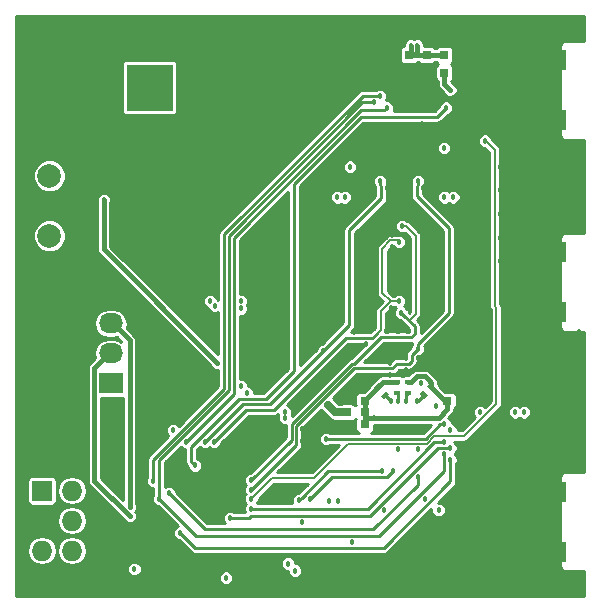
<source format=gbr>
G04 #@! TF.FileFunction,Copper,L4,Bot,Mixed*
%FSLAX46Y46*%
G04 Gerber Fmt 4.6, Leading zero omitted, Abs format (unit mm)*
G04 Created by KiCad (PCBNEW 4.X.X-debug) date Tue Sep 13 20:33:13 2016*
%MOMM*%
%LPD*%
G01*
G04 APERTURE LIST*
%ADD10C,0.100000*%
%ADD11C,0.457200*%
%ADD12C,0.550000*%
%ADD13R,0.750000X0.800000*%
%ADD14R,0.800000X0.750000*%
%ADD15R,5.080000X1.700000*%
%ADD16R,2.032000X1.727200*%
%ADD17O,2.032000X1.727200*%
%ADD18R,1.727200X1.727200*%
%ADD19O,1.727200X1.727200*%
%ADD20R,2.000000X2.000000*%
%ADD21C,2.000000*%
%ADD22R,3.900000X3.900000*%
%ADD23R,3.800000X3.800000*%
%ADD24R,3.700000X3.700000*%
%ADD25R,0.600000X0.400000*%
%ADD26C,0.254000*%
%ADD27C,0.381000*%
%ADD28C,0.190500*%
%ADD29C,0.635000*%
G04 APERTURE END LIST*
D10*
D11*
X127000000Y-135000000D03*
X127000000Y-137400000D03*
X121750000Y-141500000D03*
X123750000Y-141500000D03*
X123000000Y-140400000D03*
X142450000Y-130850000D03*
X104350000Y-148400000D03*
X103350000Y-147400000D03*
X102350000Y-148400000D03*
X108150000Y-143800000D03*
X108150000Y-145800000D03*
X108150000Y-147800000D03*
X108150000Y-141800000D03*
X115800000Y-139800000D03*
X116800000Y-140800000D03*
X117800000Y-141800000D03*
X122750000Y-147600000D03*
X121750000Y-146600000D03*
X102750000Y-104800000D03*
X102750000Y-106800000D03*
X102750000Y-102800000D03*
X109150000Y-107600000D03*
X109150000Y-105600000D03*
X138550000Y-148600000D03*
X136550000Y-148600000D03*
X134550000Y-148600000D03*
X132550000Y-148600000D03*
X130550000Y-148600000D03*
X147150000Y-148200000D03*
X145150000Y-148200000D03*
X143150000Y-148200000D03*
X141150000Y-148200000D03*
X141600000Y-146600000D03*
X138150000Y-142200000D03*
X141150000Y-141200000D03*
X140150000Y-140200000D03*
X140150000Y-142200000D03*
X139150000Y-143200000D03*
X139150000Y-141200000D03*
X137150000Y-143200000D03*
X137150000Y-145200000D03*
X136150000Y-144200000D03*
X138150000Y-144200000D03*
X139550000Y-130600000D03*
X140650000Y-129550000D03*
X138400000Y-129800000D03*
X140650000Y-127550000D03*
X139550000Y-128600000D03*
X143950000Y-136800000D03*
X145950000Y-136800000D03*
X146950000Y-137800000D03*
X144950000Y-135800000D03*
X146950000Y-135800000D03*
X144950000Y-137800000D03*
X145950000Y-130800000D03*
X144950000Y-131800000D03*
X146950000Y-131800000D03*
X143950000Y-130800000D03*
X145950000Y-134800000D03*
X146950000Y-133800000D03*
X144950000Y-133800000D03*
X145950000Y-132800000D03*
X142950000Y-135800000D03*
X142950000Y-137800000D03*
X146950000Y-129800000D03*
X144950000Y-129800000D03*
X144950000Y-127800000D03*
X146950000Y-127800000D03*
X145950000Y-128800000D03*
X142950000Y-129800000D03*
X142950000Y-127800000D03*
X143950000Y-128800000D03*
X141950000Y-119200000D03*
X141950000Y-121200000D03*
X139750000Y-123000000D03*
X139750000Y-121000000D03*
X139750000Y-119000000D03*
X139750000Y-117000000D03*
X139750000Y-115000000D03*
X144950000Y-118200000D03*
X145950000Y-117200000D03*
X146950000Y-118200000D03*
X146950000Y-114200000D03*
X144950000Y-116200000D03*
X146950000Y-116200000D03*
X145950000Y-115200000D03*
X144950000Y-114200000D03*
X143950000Y-113200000D03*
X142950000Y-112200000D03*
X143950000Y-111200000D03*
X142950000Y-114200000D03*
X142950000Y-118200000D03*
X143950000Y-117200000D03*
X142950000Y-116200000D03*
X143950000Y-115200000D03*
X145950000Y-111200000D03*
X146950000Y-112200000D03*
X145950000Y-113200000D03*
X144950000Y-112200000D03*
X141950000Y-115200000D03*
X141950000Y-113200000D03*
X141950000Y-111200000D03*
X141950000Y-117200000D03*
X127150000Y-120200000D03*
X127150000Y-118200000D03*
X121400000Y-119600000D03*
X122400000Y-118600000D03*
X123400000Y-117600000D03*
X107150000Y-126400000D03*
X108150000Y-123400000D03*
X109150000Y-124400000D03*
X107150000Y-124400000D03*
X106150000Y-123400000D03*
X119750000Y-101800000D03*
X121750000Y-101800000D03*
X122750000Y-102800000D03*
X120750000Y-102800000D03*
X121750000Y-103800000D03*
X119750000Y-103800000D03*
X146400000Y-102000000D03*
X144400000Y-102000000D03*
X142400000Y-102000000D03*
X135400000Y-113400000D03*
X136600000Y-114400000D03*
X136600000Y-112800000D03*
X136600000Y-110600000D03*
X137800000Y-109600000D03*
X139550000Y-105200000D03*
X140550000Y-104200000D03*
X138550000Y-104200000D03*
X141550000Y-105200000D03*
X129000000Y-107200000D03*
X127550000Y-108600000D03*
X127550000Y-106800000D03*
X126550000Y-109600000D03*
X126550000Y-107600000D03*
X131350000Y-105400000D03*
X133350000Y-105400000D03*
X132350000Y-106400000D03*
X130350000Y-106400000D03*
X129350000Y-105400000D03*
X122800000Y-130600000D03*
X121800000Y-129600000D03*
X120800000Y-128600000D03*
X122350000Y-126800000D03*
X123350000Y-127800000D03*
X122350000Y-124800000D03*
X121350000Y-123800000D03*
X123350000Y-123800000D03*
X123350000Y-125800000D03*
X122350000Y-122800000D03*
X121350000Y-125800000D03*
X123350000Y-121800000D03*
X134200000Y-146000000D03*
X138200000Y-147800000D03*
X133200000Y-146000000D03*
X135200000Y-146000000D03*
X137200000Y-146000000D03*
X136200000Y-146000000D03*
X133200000Y-147800000D03*
X132200000Y-147800000D03*
X136200000Y-147800000D03*
X134200000Y-147800000D03*
X135200000Y-147800000D03*
X137200000Y-147800000D03*
X140000000Y-146400000D03*
X142000000Y-144400000D03*
X139000000Y-147400000D03*
X141000000Y-145400000D03*
X139200000Y-145000000D03*
X141200000Y-143000000D03*
X138200000Y-146000000D03*
X140200000Y-144000000D03*
X122550000Y-136600000D03*
X121550000Y-137600000D03*
X120550000Y-136600000D03*
X119550000Y-137600000D03*
X127600000Y-130400000D03*
X126600000Y-131400000D03*
X128600000Y-129400000D03*
X126800000Y-121800000D03*
X126550000Y-127800000D03*
X127550000Y-126800000D03*
X126550000Y-123800000D03*
X126550000Y-125800000D03*
X127550000Y-124800000D03*
X123150000Y-109400000D03*
X124150000Y-108400000D03*
X123150000Y-107400000D03*
X123150000Y-111400000D03*
X124150000Y-110400000D03*
X123150000Y-113400000D03*
X124150000Y-112400000D03*
X140150000Y-102000000D03*
X139150000Y-103000000D03*
X141150000Y-103000000D03*
X136150000Y-102000000D03*
X134150000Y-102000000D03*
X137150000Y-102800000D03*
X138150000Y-102000000D03*
X130150000Y-102000000D03*
X129150000Y-103000000D03*
X132150000Y-102000000D03*
X133150000Y-103000000D03*
X131150000Y-103000000D03*
X128150000Y-102000000D03*
X126150000Y-102000000D03*
X127150000Y-103000000D03*
X116150000Y-103800000D03*
X118150000Y-101800000D03*
X119150000Y-102800000D03*
X116150000Y-101800000D03*
X118150000Y-103800000D03*
X117150000Y-102800000D03*
X112150000Y-101800000D03*
X113150000Y-102800000D03*
X112150000Y-103800000D03*
X115150000Y-102800000D03*
X114150000Y-103800000D03*
X114150000Y-101800000D03*
X109150000Y-102800000D03*
X110150000Y-103800000D03*
X111150000Y-102800000D03*
X110150000Y-101800000D03*
X106150000Y-101800000D03*
X104150000Y-101800000D03*
X104150000Y-103800000D03*
X108150000Y-101800000D03*
X107150000Y-102800000D03*
X105150000Y-102800000D03*
X106150000Y-103800000D03*
X108150000Y-103800000D03*
X105350000Y-109000000D03*
X103350000Y-109000000D03*
X102350000Y-110000000D03*
X103350000Y-111000000D03*
X102350000Y-112000000D03*
X104350000Y-112000000D03*
X106350000Y-112000000D03*
X105350000Y-111000000D03*
X106350000Y-110000000D03*
X104350000Y-110000000D03*
X111350000Y-109200000D03*
X111350000Y-111200000D03*
X111350000Y-113200000D03*
X112350000Y-114200000D03*
X114350000Y-110200000D03*
X115350000Y-111200000D03*
X115350000Y-109200000D03*
X113350000Y-109200000D03*
X112350000Y-112200000D03*
X112350000Y-110200000D03*
X113350000Y-113200000D03*
X113350000Y-111200000D03*
X114350000Y-114200000D03*
X116350000Y-114200000D03*
X115350000Y-113200000D03*
X116350000Y-112200000D03*
X114350000Y-112200000D03*
X102150000Y-125400000D03*
X102150000Y-131400000D03*
X101150000Y-130400000D03*
X103150000Y-130400000D03*
X105150000Y-130400000D03*
X106150000Y-129400000D03*
X104150000Y-131400000D03*
X106150000Y-131400000D03*
X103150000Y-126400000D03*
X103150000Y-124400000D03*
X105150000Y-126400000D03*
X106150000Y-125400000D03*
X105150000Y-124400000D03*
X104150000Y-125400000D03*
X106150000Y-127400000D03*
X104150000Y-129400000D03*
X104150000Y-127400000D03*
X105150000Y-128400000D03*
X101150000Y-136400000D03*
X102150000Y-139200000D03*
X101150000Y-138400000D03*
X102150000Y-137400000D03*
X103150000Y-138400000D03*
X103150000Y-136400000D03*
X105150000Y-134400000D03*
X104150000Y-133400000D03*
X105150000Y-132400000D03*
X104150000Y-135400000D03*
X106150000Y-135400000D03*
X106150000Y-133400000D03*
X104150000Y-139200000D03*
X104150000Y-137400000D03*
X105150000Y-138200000D03*
X105150000Y-136400000D03*
X106150000Y-137200000D03*
X106150000Y-139400000D03*
X103150000Y-132400000D03*
X103150000Y-134400000D03*
X101150000Y-134400000D03*
X102150000Y-133400000D03*
X102150000Y-135400000D03*
X101150000Y-132400000D03*
X102150000Y-127400000D03*
X101150000Y-128400000D03*
X103150000Y-128400000D03*
X102150000Y-129400000D03*
X111750000Y-132000000D03*
X111750000Y-134000000D03*
X110600000Y-119800000D03*
X115550000Y-134000000D03*
X113550000Y-134000000D03*
X114550000Y-133000000D03*
X115550000Y-132000000D03*
X113550000Y-132000000D03*
X110550000Y-114200000D03*
X108550000Y-114200000D03*
X111750000Y-128000000D03*
X111750000Y-130000000D03*
X125200000Y-124400000D03*
X125200000Y-127400000D03*
X125200000Y-128400000D03*
X125200000Y-126400000D03*
X125200000Y-125400000D03*
X125200000Y-117400000D03*
X125200000Y-116400000D03*
X125200000Y-115400000D03*
X125200000Y-133400000D03*
X125200000Y-129400000D03*
X125200000Y-123400000D03*
X125200000Y-121400000D03*
X125200000Y-119400000D03*
X125200000Y-122400000D03*
X125200000Y-120400000D03*
X124600000Y-102200000D03*
X124600000Y-103200000D03*
X125200000Y-107400000D03*
X125200000Y-110400000D03*
X125200000Y-111400000D03*
X125200000Y-109400000D03*
X125200000Y-108400000D03*
X125200000Y-143250000D03*
X125200000Y-136400000D03*
X125200000Y-137400000D03*
X125200000Y-138400000D03*
X125200000Y-140400000D03*
X125200000Y-135400000D03*
X125200000Y-146400000D03*
X148600000Y-127200000D03*
X148600000Y-147600000D03*
X148600000Y-148600000D03*
X147800000Y-138800000D03*
X148600000Y-137200000D03*
X148600000Y-138200000D03*
X148600000Y-135200000D03*
X148600000Y-136200000D03*
X148600000Y-133200000D03*
X148600000Y-134200000D03*
X148600000Y-131200000D03*
X148600000Y-129200000D03*
X148600000Y-130200000D03*
X148600000Y-128200000D03*
X148600000Y-132200000D03*
X148600000Y-118200000D03*
X148600000Y-117200000D03*
X148600000Y-111200000D03*
X148600000Y-114200000D03*
X148600000Y-115200000D03*
X148600000Y-112200000D03*
X148600000Y-116200000D03*
X148600000Y-113200000D03*
X148600000Y-102200000D03*
X101200000Y-116400000D03*
X101200000Y-118400000D03*
X101200000Y-117400000D03*
X101200000Y-114400000D03*
X101200000Y-115400000D03*
X101200000Y-113400000D03*
X101200000Y-112400000D03*
X101200000Y-111400000D03*
X101200000Y-109400000D03*
X101200000Y-110400000D03*
X101200000Y-108400000D03*
X101200000Y-104400000D03*
X101200000Y-103400000D03*
X101200000Y-102400000D03*
X101200000Y-107400000D03*
X101200000Y-106400000D03*
X101200000Y-105400000D03*
X101200000Y-121400000D03*
X101200000Y-120400000D03*
X101200000Y-122400000D03*
X101200000Y-119400000D03*
X101200000Y-125400000D03*
X101200000Y-123400000D03*
X101200000Y-124400000D03*
X101200000Y-127400000D03*
X101200000Y-126400000D03*
X101200000Y-145400000D03*
X101200000Y-148400000D03*
X101200000Y-143400000D03*
X101200000Y-144400000D03*
X101200000Y-147400000D03*
X101200000Y-146400000D03*
X101200000Y-140400000D03*
X101200000Y-141400000D03*
X101200000Y-149400000D03*
X101200000Y-142400000D03*
X101200000Y-129400000D03*
X101200000Y-131400000D03*
X101200000Y-133400000D03*
X101200000Y-135400000D03*
X101200000Y-132400000D03*
X101200000Y-139400000D03*
X101200000Y-137400000D03*
X138200000Y-149400000D03*
X137200000Y-149400000D03*
X135200000Y-149400000D03*
X133200000Y-149400000D03*
X134200000Y-149400000D03*
X132200000Y-149400000D03*
X136200000Y-149400000D03*
X148200000Y-149400000D03*
X145200000Y-149400000D03*
X144200000Y-149400000D03*
X147200000Y-149400000D03*
X146200000Y-149400000D03*
X140200000Y-149400000D03*
X139200000Y-149400000D03*
X141200000Y-149400000D03*
X142200000Y-149400000D03*
X143200000Y-149400000D03*
X131200000Y-149400000D03*
X128200000Y-149400000D03*
X130200000Y-149400000D03*
X129200000Y-149400000D03*
X126200000Y-149400000D03*
X127200000Y-149400000D03*
X125200000Y-149400000D03*
X124200000Y-149400000D03*
X122200000Y-149400000D03*
X123200000Y-149400000D03*
X107200000Y-149400000D03*
X108200000Y-149400000D03*
X106200000Y-149400000D03*
X113200000Y-149400000D03*
X114200000Y-149400000D03*
X110200000Y-149400000D03*
X111200000Y-149400000D03*
X112200000Y-149400000D03*
X109200000Y-149400000D03*
X105200000Y-149400000D03*
X102200000Y-149400000D03*
X103200000Y-149400000D03*
X104200000Y-149400000D03*
X115200000Y-149400000D03*
X116200000Y-149400000D03*
X117200000Y-149400000D03*
X119200000Y-149400000D03*
X118200000Y-149400000D03*
X120200000Y-149400000D03*
X121200000Y-149400000D03*
X108600000Y-101200000D03*
X107600000Y-101200000D03*
X110600000Y-101200000D03*
X109600000Y-101200000D03*
X111600000Y-101200000D03*
X112600000Y-101200000D03*
X115600000Y-101200000D03*
X114600000Y-101200000D03*
X113600000Y-101200000D03*
X117600000Y-101200000D03*
X116600000Y-101200000D03*
X106600000Y-101200000D03*
X104600000Y-101200000D03*
X105600000Y-101200000D03*
X101600000Y-101200000D03*
X102600000Y-101200000D03*
X103600000Y-101200000D03*
X138600000Y-101200000D03*
X137600000Y-101200000D03*
X140600000Y-101200000D03*
X139600000Y-101200000D03*
X141600000Y-101200000D03*
X142600000Y-101200000D03*
X145600000Y-101200000D03*
X144600000Y-101200000D03*
X143600000Y-101200000D03*
X147600000Y-101200000D03*
X146600000Y-101200000D03*
X148600000Y-101200000D03*
X136600000Y-101200000D03*
X134600000Y-101200000D03*
X135600000Y-101200000D03*
X128600000Y-101200000D03*
X130600000Y-101200000D03*
X131600000Y-101200000D03*
X132600000Y-101200000D03*
X133600000Y-101200000D03*
X129600000Y-101200000D03*
X125600000Y-101200000D03*
X124600000Y-101200000D03*
X126600000Y-101200000D03*
X127600000Y-101200000D03*
X123600000Y-101200000D03*
X118600000Y-101200000D03*
X120600000Y-101200000D03*
X119600000Y-101200000D03*
X121600000Y-101200000D03*
X122600000Y-101200000D03*
X142000000Y-108200000D03*
X147000000Y-126400000D03*
X147000000Y-104400000D03*
X147000000Y-121600000D03*
X147000000Y-120600000D03*
X147000000Y-105400000D03*
X147000000Y-108200000D03*
X147000000Y-124400000D03*
X147000000Y-109200000D03*
X147000000Y-110200000D03*
X147000000Y-125400000D03*
X147000000Y-119600000D03*
X147000000Y-103400000D03*
X145000000Y-126400000D03*
X146000000Y-126400000D03*
X144000000Y-126400000D03*
X143000000Y-126400000D03*
X146000000Y-119600000D03*
X145000000Y-119600000D03*
X143000000Y-119600000D03*
X144000000Y-119600000D03*
X146200000Y-146600000D03*
X146200000Y-145600000D03*
X143200000Y-144600000D03*
X146200000Y-144600000D03*
X144200000Y-146600000D03*
X143200000Y-146600000D03*
X145200000Y-146600000D03*
X144200000Y-145600000D03*
X145200000Y-145600000D03*
X144200000Y-144600000D03*
X145200000Y-144600000D03*
X143200000Y-145600000D03*
X145200000Y-139800000D03*
X145200000Y-140800000D03*
X146200000Y-140800000D03*
X146200000Y-139800000D03*
X145200000Y-141800000D03*
X146200000Y-141800000D03*
X143200000Y-141800000D03*
X143200000Y-140800000D03*
X144200000Y-141800000D03*
X144200000Y-140800000D03*
X144200000Y-139800000D03*
X143200000Y-139800000D03*
X144000000Y-108200000D03*
X144000000Y-109200000D03*
X145000000Y-108200000D03*
X145000000Y-109200000D03*
X143000000Y-109200000D03*
X143000000Y-108200000D03*
X146000000Y-108200000D03*
X145000000Y-110200000D03*
X146000000Y-109200000D03*
X146000000Y-110200000D03*
X144000000Y-110200000D03*
X143000000Y-110200000D03*
X144000000Y-104400000D03*
X145000000Y-104400000D03*
X145000000Y-105400000D03*
X146000000Y-104400000D03*
X144000000Y-105400000D03*
X146000000Y-105400000D03*
X145000000Y-103400000D03*
X146000000Y-103400000D03*
X143000000Y-105400000D03*
X144000000Y-103400000D03*
X143000000Y-103400000D03*
X143000000Y-104400000D03*
X140600000Y-109400000D03*
X140600000Y-108400000D03*
X140600000Y-107400000D03*
X139000000Y-108400000D03*
X139000000Y-109400000D03*
X138750000Y-110500000D03*
X134000000Y-106200000D03*
X133000000Y-107200000D03*
X134800000Y-106000000D03*
X134200000Y-108400000D03*
X135200000Y-107400000D03*
X141600000Y-107400000D03*
X139000000Y-107400000D03*
X138000000Y-107400000D03*
X138000000Y-106000000D03*
X139000000Y-106000000D03*
X142000000Y-106000000D03*
X140000000Y-106000000D03*
X141000000Y-106000000D03*
X132600000Y-114000000D03*
X134200000Y-113400000D03*
X134200000Y-114400000D03*
X134200000Y-112400000D03*
X130400000Y-125800000D03*
X131400000Y-126800000D03*
X130600000Y-118200000D03*
X131600000Y-117200000D03*
X130000000Y-125000000D03*
X130000000Y-121000000D03*
X130000000Y-120000000D03*
X130000000Y-119000000D03*
X130000000Y-124000000D03*
X130000000Y-123000000D03*
X130000000Y-122000000D03*
X131200000Y-126200000D03*
X131200000Y-125000000D03*
X131200000Y-124000000D03*
X131200000Y-120000000D03*
X131200000Y-119000000D03*
X131200000Y-118000000D03*
X131200000Y-123000000D03*
X131200000Y-122000000D03*
X131200000Y-121000000D03*
X132750000Y-125200000D03*
X132800000Y-123000000D03*
X132800000Y-124000000D03*
X132800000Y-119000000D03*
X132800000Y-120000000D03*
X132800000Y-121000000D03*
X134050000Y-125200000D03*
X134000000Y-123000000D03*
X134000000Y-124000000D03*
X134000000Y-119000000D03*
X134000000Y-120000000D03*
X134000000Y-121000000D03*
X146000000Y-125400000D03*
X145000000Y-124400000D03*
X145000000Y-125400000D03*
X146000000Y-124400000D03*
X144000000Y-125400000D03*
X144000000Y-124400000D03*
X143000000Y-125400000D03*
X143000000Y-124400000D03*
X146000000Y-121600000D03*
X145000000Y-120600000D03*
X145000000Y-121600000D03*
X146000000Y-120600000D03*
X144000000Y-121600000D03*
X144000000Y-120600000D03*
X143000000Y-121600000D03*
X143000000Y-120600000D03*
X142000000Y-122400000D03*
X135400000Y-115000000D03*
X134400000Y-115000000D03*
X132400000Y-115000000D03*
X131400000Y-115000000D03*
X129000000Y-117800000D03*
X130000000Y-116800000D03*
X136200000Y-118200000D03*
X135200000Y-117200000D03*
X136800000Y-125200000D03*
X136800000Y-124000000D03*
X136800000Y-123000000D03*
X136800000Y-119000000D03*
X136800000Y-120000000D03*
X136800000Y-121000000D03*
X135600000Y-126400000D03*
X135600000Y-125200000D03*
X135600000Y-124200000D03*
X135600000Y-119200000D03*
X135600000Y-118200000D03*
X135600000Y-120200000D03*
X135600000Y-123200000D03*
X135600000Y-121200000D03*
X138400000Y-123200000D03*
X138400000Y-124200000D03*
X138400000Y-125200000D03*
X138400000Y-118200000D03*
X138400000Y-119200000D03*
X138400000Y-120200000D03*
X138400000Y-122200000D03*
X138400000Y-121200000D03*
X137800000Y-117600000D03*
X136800000Y-116600000D03*
X128400000Y-125200000D03*
X128400000Y-124200000D03*
X128400000Y-123200000D03*
X128400000Y-118200000D03*
X128400000Y-119200000D03*
X128400000Y-120200000D03*
X129600000Y-127200000D03*
X130600000Y-128200000D03*
X128600000Y-126200000D03*
X131600000Y-129000000D03*
X134000000Y-129400000D03*
X141200000Y-125400000D03*
X142200000Y-124400000D03*
X138200000Y-128400000D03*
X139200000Y-127400000D03*
X137200000Y-129400000D03*
X140200000Y-126400000D03*
X136200000Y-130400000D03*
X132600000Y-130800000D03*
X132600000Y-129800000D03*
X132600000Y-129000000D03*
X139000000Y-125400000D03*
X140000000Y-124400000D03*
X141000000Y-123400000D03*
X138000000Y-126400000D03*
X134000000Y-130400000D03*
X135000000Y-129400000D03*
X137000000Y-127400000D03*
X136000000Y-128400000D03*
X126800000Y-122800000D03*
X128400000Y-121200000D03*
X126400000Y-115000000D03*
D12*
X133400000Y-116775000D03*
X132500000Y-116775000D03*
X134300000Y-116775000D03*
X133300000Y-127087033D03*
X134200000Y-127087033D03*
X132400000Y-127087033D03*
D13*
X137250000Y-103750000D03*
X137250000Y-105250000D03*
D14*
X130500000Y-133000000D03*
X129000000Y-133000000D03*
X137500000Y-133000000D03*
X139000000Y-133000000D03*
D13*
X134250000Y-103750000D03*
X134250000Y-105250000D03*
X135750000Y-105250000D03*
X135750000Y-103750000D03*
D14*
X130500000Y-135000000D03*
X129000000Y-135000000D03*
D15*
X145000000Y-120460000D03*
X145000000Y-125540000D03*
X145000000Y-104210000D03*
X145000000Y-109290000D03*
D16*
X109000000Y-131540000D03*
D17*
X109000000Y-129000000D03*
X109000000Y-126460000D03*
D15*
X145000000Y-140710000D03*
X145000000Y-145790000D03*
D14*
X129000000Y-134000000D03*
X130500000Y-134000000D03*
D18*
X103175000Y-140640000D03*
D19*
X105715000Y-140640000D03*
X103175000Y-143180000D03*
X105715000Y-143180000D03*
X103175000Y-145720000D03*
X105715000Y-145720000D03*
D20*
X103810000Y-116510000D03*
D21*
X103810000Y-113970000D03*
D20*
X103810000Y-121590000D03*
D21*
X103810000Y-119050000D03*
D22*
X112299860Y-106500000D03*
D23*
X105799860Y-106500000D03*
D24*
X109049860Y-111000000D03*
D25*
X134200000Y-131450000D03*
X134200000Y-132350000D03*
X133200000Y-131450000D03*
X133200000Y-132350000D03*
D10*
G36*
X131228249Y-131952513D02*
X131652513Y-131528249D01*
X131935355Y-131811091D01*
X131511091Y-132235355D01*
X131228249Y-131952513D01*
X131228249Y-131952513D01*
G37*
G36*
X131864645Y-132588909D02*
X132288909Y-132164645D01*
X132571751Y-132447487D01*
X132147487Y-132871751D01*
X131864645Y-132588909D01*
X131864645Y-132588909D01*
G37*
G36*
X136065685Y-131510051D02*
X136489949Y-131934315D01*
X136207107Y-132217157D01*
X135782843Y-131792893D01*
X136065685Y-131510051D01*
X136065685Y-131510051D01*
G37*
G36*
X135429289Y-132146447D02*
X135853553Y-132570711D01*
X135570711Y-132853553D01*
X135146447Y-132429289D01*
X135429289Y-132146447D01*
X135429289Y-132146447D01*
G37*
D11*
X140250000Y-134000000D03*
X137750000Y-135500000D03*
X136500000Y-133500000D03*
X132700000Y-133000000D03*
X139200000Y-114200000D03*
X140400000Y-114200072D03*
X121000000Y-134500000D03*
X118000000Y-128750000D03*
X117500000Y-127750000D03*
X120000000Y-129000000D03*
X120000000Y-127750000D03*
X135350000Y-109600000D03*
X135350000Y-110600000D03*
X129850000Y-110600000D03*
X129850000Y-111600000D03*
X135500000Y-112550000D03*
X128300000Y-135000000D03*
X126000000Y-146250000D03*
X129400000Y-145017390D03*
X113750000Y-147250000D03*
X135566257Y-141316257D03*
X139995469Y-111145626D03*
X133287500Y-137112500D03*
X135012500Y-137112500D03*
X135012500Y-135387500D03*
X133287500Y-135387500D03*
X132000000Y-111500000D03*
X133300000Y-111500000D03*
X133300000Y-110200000D03*
X132000000Y-110200000D03*
X109000000Y-134400000D03*
X110500000Y-144550000D03*
X110500000Y-143750000D03*
X120900000Y-138950000D03*
X135250000Y-131500000D03*
X130750000Y-112750000D03*
X138250000Y-131500000D03*
X129500000Y-131500000D03*
X135900000Y-121700000D03*
X136500000Y-122300000D03*
X133700000Y-121700000D03*
X133100000Y-122300000D03*
X130300000Y-121700000D03*
X130900000Y-122300000D03*
X133300000Y-133000000D03*
X134000000Y-133000000D03*
X134900000Y-133000012D03*
X137250000Y-135000000D03*
X127250000Y-136250000D03*
X114850000Y-144200004D03*
X112600000Y-139800000D03*
X131800000Y-107200000D03*
X137750000Y-138000000D03*
X131250000Y-107750000D03*
X113099998Y-141350000D03*
X137250000Y-137500000D03*
X113900000Y-140850000D03*
X135000000Y-139500000D03*
X119100000Y-142950000D03*
X137750000Y-137000000D03*
X120900000Y-142150000D03*
X137250000Y-136500000D03*
X124950000Y-141450000D03*
X132000000Y-139000000D03*
X132880602Y-139000000D03*
X125900000Y-141300000D03*
X131800000Y-114400000D03*
X127000000Y-128800000D03*
X116950000Y-136500000D03*
X135000000Y-114400000D03*
X135000000Y-128600000D03*
X120900000Y-140550000D03*
X120900000Y-139750000D03*
X133681788Y-118244183D03*
X133610456Y-125604825D03*
X133400000Y-119600010D03*
X133400000Y-124600000D03*
X117750000Y-136500000D03*
X132400000Y-108200000D03*
X115350000Y-136500000D03*
X140700000Y-111000000D03*
X120900000Y-141300000D03*
X110600000Y-142000000D03*
X110600000Y-142800000D03*
X120000000Y-124600000D03*
X120000000Y-125200000D03*
X137250000Y-115800000D03*
X128175000Y-115800000D03*
X117800000Y-125000000D03*
X117400000Y-124600000D03*
X123999986Y-146800000D03*
X124599986Y-147400000D03*
X128800000Y-115800000D03*
X138000000Y-115800000D03*
X114250000Y-135500000D03*
X111000000Y-147250000D03*
X118750000Y-148000000D03*
X131250000Y-134500000D03*
X137750000Y-106700000D03*
X120517390Y-132399991D03*
X120000000Y-131800000D03*
X143200000Y-134000000D03*
X144000000Y-134000000D03*
X123750000Y-134500000D03*
X128250000Y-141500000D03*
X127500000Y-141500000D03*
X123750000Y-134000000D03*
X108400000Y-116000000D03*
X118000000Y-129800000D03*
X132100000Y-142300000D03*
X136750000Y-142250000D03*
X137200000Y-111599964D03*
X129250000Y-113200000D03*
X127400000Y-133400000D03*
X128000000Y-134000000D03*
X134450000Y-102950000D03*
X134950000Y-102950000D03*
X137400000Y-108200000D03*
X116150000Y-138500000D03*
D26*
X132700000Y-133000000D02*
X132218198Y-132518198D01*
D27*
X129000000Y-135000000D02*
X128300000Y-135000000D01*
D26*
X133300000Y-133000000D02*
X133300000Y-132450000D01*
X133300000Y-132450000D02*
X133200000Y-132350000D01*
X134000000Y-133000000D02*
X134000000Y-132550000D01*
X134000000Y-132550000D02*
X134200000Y-132350000D01*
X134999988Y-133000012D02*
X134900000Y-133000012D01*
X135500000Y-132500000D02*
X134999988Y-133000012D01*
X136926711Y-135000000D02*
X137250000Y-135000000D01*
X135662143Y-136249999D02*
X136912142Y-135000000D01*
X127250000Y-136250000D02*
X135662143Y-136249999D01*
X136912142Y-135000000D02*
X136926711Y-135000000D01*
X137750000Y-139846764D02*
X132096764Y-145500000D01*
X132096764Y-145500000D02*
X116149996Y-145500000D01*
X116149996Y-145500000D02*
X115078599Y-144428603D01*
X137750000Y-138000000D02*
X137750000Y-139846764D01*
X115078599Y-144428603D02*
X114850000Y-144200004D01*
X112600000Y-139800000D02*
X112600000Y-137996922D01*
X112600000Y-137996922D02*
X118600000Y-131996922D01*
X118600000Y-131996922D02*
X118600000Y-118922344D01*
X118600000Y-118922344D02*
X130322344Y-107200000D01*
X130322344Y-107200000D02*
X131800000Y-107200000D01*
X137250000Y-137500000D02*
X137250000Y-138950000D01*
X137250000Y-138950000D02*
X131700000Y-144500000D01*
X131700000Y-144500000D02*
X116249998Y-144500000D01*
X116249998Y-144500000D02*
X113328597Y-141578599D01*
X113328597Y-141578599D02*
X113099998Y-141350000D01*
X130926711Y-107750000D02*
X131250000Y-107750000D01*
X113099998Y-138035752D02*
X119000000Y-132135750D01*
X113099998Y-141350000D02*
X113099998Y-138035752D01*
X130311172Y-107750000D02*
X130926711Y-107750000D01*
X119000000Y-119061172D02*
X130311172Y-107750000D01*
X119000000Y-132135750D02*
X119000000Y-119061172D01*
X113900000Y-140850000D02*
X116950000Y-143900000D01*
X116950000Y-143900000D02*
X131214250Y-143900000D01*
X135000000Y-139500000D02*
X135000000Y-140114250D01*
X135000000Y-140114250D02*
X131214250Y-143900000D01*
X119100000Y-142950000D02*
X120700000Y-142950000D01*
X130918351Y-142767399D02*
X136685750Y-137000000D01*
X120700000Y-142950000D02*
X120882601Y-142767399D01*
X120882601Y-142767399D02*
X130918351Y-142767399D01*
X136685750Y-137000000D02*
X137750000Y-137000000D01*
X120900000Y-142150000D02*
X130750000Y-142150000D01*
X130750000Y-142150000D02*
X136400000Y-136500000D01*
X136400000Y-136500000D02*
X136600000Y-136500000D01*
X136600000Y-136500000D02*
X137250000Y-136500000D01*
X125178599Y-141221401D02*
X124950000Y-141450000D01*
X127400000Y-139000000D02*
X125178599Y-141221401D01*
X132000000Y-139000000D02*
X127400000Y-139000000D01*
X132880602Y-139000000D02*
X132380602Y-139500000D01*
X127700000Y-139500000D02*
X125900000Y-141300000D01*
X132380602Y-139500000D02*
X127700000Y-139500000D01*
X116950000Y-136500000D02*
X120186389Y-133263611D01*
X120186389Y-133263611D02*
X122486389Y-133263611D01*
X122486389Y-133263611D02*
X126950000Y-128800000D01*
X126950000Y-128800000D02*
X127000000Y-128800000D01*
X129200000Y-126600000D02*
X127000000Y-128800000D01*
X129200000Y-118600000D02*
X129200000Y-126600000D01*
X131917399Y-115882601D02*
X129200000Y-118600000D01*
X131800000Y-114400000D02*
X131800000Y-114723289D01*
X131800000Y-114723289D02*
X131917399Y-114840688D01*
X131917399Y-114840688D02*
X131917399Y-115882601D01*
X120900000Y-140550000D02*
X124717399Y-136732601D01*
X124717399Y-136732601D02*
X124717399Y-135168351D01*
X124717399Y-135168351D02*
X129603149Y-130282601D01*
X129603149Y-130282601D02*
X132831649Y-130282601D01*
X135000000Y-128600000D02*
X134482601Y-129117399D01*
X134482601Y-129117399D02*
X134482601Y-129631649D01*
X134482601Y-129631649D02*
X134231649Y-129882601D01*
X134231649Y-129882601D02*
X133231649Y-129882601D01*
X133231649Y-129882601D02*
X132831649Y-130282601D01*
X137600000Y-118400000D02*
X134917399Y-115717399D01*
X134917399Y-115717399D02*
X134917399Y-114805890D01*
X134917399Y-114805890D02*
X135000000Y-114723289D01*
X135000000Y-114723289D02*
X135000000Y-114400000D01*
X137600000Y-125600000D02*
X137600000Y-118400000D01*
X135000000Y-128200000D02*
X137600000Y-125600000D01*
X135000000Y-128600000D02*
X135000000Y-128200000D01*
X120900000Y-139750000D02*
X124336389Y-136313611D01*
X124336389Y-136313611D02*
X124336389Y-135010532D01*
X124336389Y-135010532D02*
X129445330Y-129901591D01*
X129445330Y-129901591D02*
X129598409Y-129901591D01*
X134729001Y-126723370D02*
X133839055Y-125833424D01*
X129598409Y-129901591D02*
X131883966Y-127616034D01*
X134729001Y-127340954D02*
X134729001Y-126723370D01*
X131883966Y-127616034D02*
X134453921Y-127616034D01*
X134453921Y-127616034D02*
X134729001Y-127340954D01*
D28*
X133839055Y-125833424D02*
X134252815Y-126247185D01*
X134252815Y-126247185D02*
X134800000Y-125700000D01*
X134005077Y-118244183D02*
X133681788Y-118244183D01*
X134800000Y-125700000D02*
X134800000Y-119039106D01*
X134800000Y-119039106D02*
X134005077Y-118244183D01*
D26*
X133839055Y-125833424D02*
X133610456Y-125604825D01*
D28*
X133400000Y-124600000D02*
X132700000Y-124600000D01*
X132700000Y-124600000D02*
X132000000Y-123900000D01*
X132000000Y-123900000D02*
X132000000Y-120132740D01*
X132000000Y-120132740D02*
X132681889Y-119450851D01*
X132681889Y-119450851D02*
X133250841Y-119450851D01*
X133250841Y-119450851D02*
X133400000Y-119600010D01*
X133400000Y-124600000D02*
X132682740Y-124600000D01*
X132682740Y-124600000D02*
X131850851Y-125431889D01*
X131850851Y-125431889D02*
X131850851Y-127016409D01*
X131616409Y-127250851D02*
X131500000Y-127367260D01*
X131850851Y-127016409D02*
X131616409Y-127250851D01*
D26*
X128882601Y-127717399D02*
X131149861Y-127717399D01*
D28*
X131500000Y-127367260D02*
X131118111Y-127749149D01*
D26*
X122800000Y-133800000D02*
X128882601Y-127717399D01*
X131149861Y-127717399D02*
X131500000Y-127367260D01*
X122800000Y-133800000D02*
X120450000Y-133800000D01*
X120450000Y-133800000D02*
X117750000Y-136500000D01*
X119400000Y-119200002D02*
X130171403Y-108428599D01*
X130171403Y-108428599D02*
X132171401Y-108428599D01*
X115350000Y-136500000D02*
X119400000Y-132450000D01*
X119400000Y-132450000D02*
X119400000Y-119200002D01*
X132171401Y-108428599D02*
X132400000Y-108200000D01*
D28*
X140928599Y-111228599D02*
X140700000Y-111000000D01*
X141650851Y-125183591D02*
X141499149Y-125031889D01*
X129094423Y-136661649D02*
X135744421Y-136661649D01*
X141650851Y-125616409D02*
X141650851Y-125183591D01*
X141499149Y-111799149D02*
X140928599Y-111228599D01*
X141650000Y-125617260D02*
X141650851Y-125616409D01*
X141650000Y-133267260D02*
X141650000Y-125617260D01*
X126206072Y-139550000D02*
X129094423Y-136661649D01*
X136406070Y-136000000D02*
X138917260Y-136000000D01*
X122650000Y-139550000D02*
X126206072Y-139550000D01*
X135744421Y-136661649D02*
X136406070Y-136000000D01*
X120900000Y-141300000D02*
X122650000Y-139550000D01*
X138917260Y-136000000D02*
X141650000Y-133267260D01*
X141499149Y-125031889D02*
X141499149Y-111799149D01*
D27*
X110600000Y-142000000D02*
X110600000Y-127907600D01*
X110600000Y-127907600D02*
X109152400Y-126460000D01*
X109152400Y-126460000D02*
X109000000Y-126460000D01*
X110600000Y-142800000D02*
X107603000Y-139803000D01*
X107603000Y-130244600D02*
X108847600Y-129000000D01*
X107603000Y-139803000D02*
X107603000Y-130244600D01*
X108847600Y-129000000D02*
X109000000Y-129000000D01*
X131250000Y-134500000D02*
X136756000Y-134500000D01*
X137500000Y-133756000D02*
X137500000Y-133000000D01*
X136756000Y-134500000D02*
X137500000Y-133756000D01*
X137500000Y-133000000D02*
X137272792Y-133000000D01*
X137272792Y-133000000D02*
X136136396Y-131863604D01*
X135609533Y-130953899D02*
X135905634Y-131250000D01*
X135905634Y-131250000D02*
X136136396Y-131480762D01*
X134200000Y-131450000D02*
X134391770Y-131450000D01*
X134391770Y-131450000D02*
X134887871Y-130953899D01*
X134887871Y-130953899D02*
X135609533Y-130953899D01*
X136136396Y-131480762D02*
X136136396Y-131863604D01*
X130500000Y-134500000D02*
X130500000Y-134000000D01*
X130500000Y-135000000D02*
X130500000Y-134500000D01*
X130500000Y-134500000D02*
X131250000Y-134500000D01*
X130500000Y-134000000D02*
X130500000Y-133000000D01*
X130500000Y-133000000D02*
X130500000Y-132963604D01*
X130500000Y-132963604D02*
X131581802Y-131881802D01*
X133200000Y-131450000D02*
X132013604Y-131450000D01*
X132013604Y-131450000D02*
X131581802Y-131881802D01*
X137250000Y-105250000D02*
X137250000Y-106200000D01*
X137250000Y-106200000D02*
X137750000Y-106700000D01*
X118000000Y-129800000D02*
X108400000Y-120200000D01*
X108400000Y-120200000D02*
X108400000Y-116000000D01*
D29*
X128000000Y-134000000D02*
X127400000Y-133400000D01*
X128000000Y-134000000D02*
X129000000Y-134000000D01*
D27*
X134250000Y-103750000D02*
X134700000Y-103750000D01*
X134700000Y-103750000D02*
X134950000Y-103750000D01*
X134450000Y-102950000D02*
X134450000Y-103500000D01*
X134450000Y-103500000D02*
X134700000Y-103750000D01*
X134950000Y-103750000D02*
X135750000Y-103750000D01*
X134950000Y-102950000D02*
X134950000Y-103273289D01*
X134950000Y-103273289D02*
X134950000Y-103750000D01*
X137250000Y-103750000D02*
X135750000Y-103750000D01*
D26*
X124500000Y-121250000D02*
X124500000Y-114638828D01*
X124500000Y-114638828D02*
X130169414Y-108969414D01*
X130169414Y-108969414D02*
X136630586Y-108969414D01*
X136630586Y-108969414D02*
X137400000Y-108200000D01*
X116150000Y-138500000D02*
X115832601Y-138182601D01*
X124500000Y-130500000D02*
X124500000Y-121238828D01*
X115832601Y-138182601D02*
X115832601Y-136903149D01*
X115832601Y-136903149D02*
X119853149Y-132882601D01*
X119853149Y-132882601D02*
X122117399Y-132882601D01*
X122117399Y-132882601D02*
X124500000Y-130500000D01*
G36*
X149044000Y-102544000D02*
X147500000Y-102544000D01*
X147325496Y-102578711D01*
X147177559Y-102677559D01*
X147078711Y-102825496D01*
X147044000Y-103000000D01*
X147044000Y-110500000D01*
X147078711Y-110674504D01*
X147177559Y-110822441D01*
X147325496Y-110921289D01*
X147500000Y-110956000D01*
X149044000Y-110956000D01*
X149044000Y-118794000D01*
X147500000Y-118794000D01*
X147325496Y-118828711D01*
X147177559Y-118927559D01*
X147078711Y-119075496D01*
X147044000Y-119250000D01*
X147044000Y-126750000D01*
X147078711Y-126924504D01*
X147177559Y-127072441D01*
X147325496Y-127171289D01*
X147500000Y-127206000D01*
X149044000Y-127206000D01*
X149044000Y-139044000D01*
X147500000Y-139044000D01*
X147325496Y-139078711D01*
X147177559Y-139177559D01*
X147078711Y-139325496D01*
X147044000Y-139500000D01*
X147044000Y-147000000D01*
X147078711Y-147174504D01*
X147177559Y-147322441D01*
X147325496Y-147421289D01*
X147500000Y-147456000D01*
X149044000Y-147456000D01*
X149044000Y-149544000D01*
X100956000Y-149544000D01*
X100956000Y-148120725D01*
X118140294Y-148120725D01*
X118232905Y-148344860D01*
X118404238Y-148516493D01*
X118628211Y-148609494D01*
X118870725Y-148609706D01*
X119094860Y-148517095D01*
X119266493Y-148345762D01*
X119359494Y-148121789D01*
X119359706Y-147879275D01*
X119267095Y-147655140D01*
X119095762Y-147483507D01*
X118871789Y-147390506D01*
X118629275Y-147390294D01*
X118405140Y-147482905D01*
X118233507Y-147654238D01*
X118140506Y-147878211D01*
X118140294Y-148120725D01*
X100956000Y-148120725D01*
X100956000Y-147370725D01*
X110390294Y-147370725D01*
X110482905Y-147594860D01*
X110654238Y-147766493D01*
X110878211Y-147859494D01*
X111120725Y-147859706D01*
X111344860Y-147767095D01*
X111516493Y-147595762D01*
X111609494Y-147371789D01*
X111609706Y-147129275D01*
X111523535Y-146920725D01*
X123390280Y-146920725D01*
X123482891Y-147144860D01*
X123654224Y-147316493D01*
X123878197Y-147409494D01*
X123990377Y-147409592D01*
X123990280Y-147520725D01*
X124082891Y-147744860D01*
X124254224Y-147916493D01*
X124478197Y-148009494D01*
X124720711Y-148009706D01*
X124944846Y-147917095D01*
X125116479Y-147745762D01*
X125209480Y-147521789D01*
X125209692Y-147279275D01*
X125117081Y-147055140D01*
X124945748Y-146883507D01*
X124721775Y-146790506D01*
X124609595Y-146790408D01*
X124609692Y-146679275D01*
X124517081Y-146455140D01*
X124345748Y-146283507D01*
X124121775Y-146190506D01*
X123879261Y-146190294D01*
X123655126Y-146282905D01*
X123483493Y-146454238D01*
X123390492Y-146678211D01*
X123390280Y-146920725D01*
X111523535Y-146920725D01*
X111517095Y-146905140D01*
X111345762Y-146733507D01*
X111121789Y-146640506D01*
X110879275Y-146640294D01*
X110655140Y-146732905D01*
X110483507Y-146904238D01*
X110390506Y-147128211D01*
X110390294Y-147370725D01*
X100956000Y-147370725D01*
X100956000Y-145720000D01*
X101906017Y-145720000D01*
X102000757Y-146196288D01*
X102270552Y-146600065D01*
X102674329Y-146869860D01*
X103150617Y-146964600D01*
X103199383Y-146964600D01*
X103675671Y-146869860D01*
X104079448Y-146600065D01*
X104349243Y-146196288D01*
X104443983Y-145720000D01*
X104446017Y-145720000D01*
X104540757Y-146196288D01*
X104810552Y-146600065D01*
X105214329Y-146869860D01*
X105690617Y-146964600D01*
X105739383Y-146964600D01*
X106215671Y-146869860D01*
X106619448Y-146600065D01*
X106889243Y-146196288D01*
X106983983Y-145720000D01*
X106889243Y-145243712D01*
X106619448Y-144839935D01*
X106215671Y-144570140D01*
X105739383Y-144475400D01*
X105690617Y-144475400D01*
X105214329Y-144570140D01*
X104810552Y-144839935D01*
X104540757Y-145243712D01*
X104446017Y-145720000D01*
X104443983Y-145720000D01*
X104349243Y-145243712D01*
X104079448Y-144839935D01*
X103675671Y-144570140D01*
X103199383Y-144475400D01*
X103150617Y-144475400D01*
X102674329Y-144570140D01*
X102270552Y-144839935D01*
X102000757Y-145243712D01*
X101906017Y-145720000D01*
X100956000Y-145720000D01*
X100956000Y-143180000D01*
X104446017Y-143180000D01*
X104540757Y-143656288D01*
X104810552Y-144060065D01*
X105214329Y-144329860D01*
X105690617Y-144424600D01*
X105739383Y-144424600D01*
X106215671Y-144329860D01*
X106619448Y-144060065D01*
X106889243Y-143656288D01*
X106983983Y-143180000D01*
X106889243Y-142703712D01*
X106619448Y-142299935D01*
X106215671Y-142030140D01*
X105739383Y-141935400D01*
X105690617Y-141935400D01*
X105214329Y-142030140D01*
X104810552Y-142299935D01*
X104540757Y-142703712D01*
X104446017Y-143180000D01*
X100956000Y-143180000D01*
X100956000Y-139776400D01*
X101922936Y-139776400D01*
X101922936Y-141503600D01*
X101952506Y-141652259D01*
X102036714Y-141778286D01*
X102162741Y-141862494D01*
X102311400Y-141892064D01*
X104038600Y-141892064D01*
X104187259Y-141862494D01*
X104313286Y-141778286D01*
X104397494Y-141652259D01*
X104427064Y-141503600D01*
X104427064Y-140640000D01*
X104446017Y-140640000D01*
X104540757Y-141116288D01*
X104810552Y-141520065D01*
X105214329Y-141789860D01*
X105690617Y-141884600D01*
X105739383Y-141884600D01*
X106215671Y-141789860D01*
X106619448Y-141520065D01*
X106889243Y-141116288D01*
X106983983Y-140640000D01*
X106889243Y-140163712D01*
X106619448Y-139759935D01*
X106215671Y-139490140D01*
X105739383Y-139395400D01*
X105690617Y-139395400D01*
X105214329Y-139490140D01*
X104810552Y-139759935D01*
X104540757Y-140163712D01*
X104446017Y-140640000D01*
X104427064Y-140640000D01*
X104427064Y-139776400D01*
X104397494Y-139627741D01*
X104313286Y-139501714D01*
X104187259Y-139417506D01*
X104038600Y-139387936D01*
X102311400Y-139387936D01*
X102162741Y-139417506D01*
X102036714Y-139501714D01*
X101952506Y-139627741D01*
X101922936Y-139776400D01*
X100956000Y-139776400D01*
X100956000Y-130244600D01*
X107031499Y-130244600D01*
X107031500Y-130244605D01*
X107031500Y-139802995D01*
X107031499Y-139803000D01*
X107064585Y-139969331D01*
X107075003Y-140021704D01*
X107166881Y-140159210D01*
X107198888Y-140207112D01*
X110045070Y-143053293D01*
X110082905Y-143144860D01*
X110254238Y-143316493D01*
X110478211Y-143409494D01*
X110720725Y-143409706D01*
X110944860Y-143317095D01*
X111116493Y-143145762D01*
X111209494Y-142921789D01*
X111209706Y-142679275D01*
X111117095Y-142455140D01*
X111062106Y-142400054D01*
X111116493Y-142345762D01*
X111209494Y-142121789D01*
X111209706Y-141879275D01*
X111171500Y-141786810D01*
X111171500Y-127907605D01*
X111171501Y-127907600D01*
X111127998Y-127688897D01*
X111060321Y-127587611D01*
X111004112Y-127503488D01*
X111004109Y-127503486D01*
X110347428Y-126846805D01*
X110424369Y-126460000D01*
X110329629Y-125983712D01*
X110059834Y-125579935D01*
X109656057Y-125310140D01*
X109179769Y-125215400D01*
X108820231Y-125215400D01*
X108343943Y-125310140D01*
X107940166Y-125579935D01*
X107670371Y-125983712D01*
X107575631Y-126460000D01*
X107670371Y-126936288D01*
X107940166Y-127340065D01*
X108343943Y-127609860D01*
X108820231Y-127704600D01*
X109179769Y-127704600D01*
X109520918Y-127636741D01*
X109891906Y-128007729D01*
X109656057Y-127850140D01*
X109179769Y-127755400D01*
X108820231Y-127755400D01*
X108343943Y-127850140D01*
X107940166Y-128119935D01*
X107670371Y-128523712D01*
X107575631Y-129000000D01*
X107652572Y-129386805D01*
X107198888Y-129840488D01*
X107075003Y-130025896D01*
X107075003Y-130025897D01*
X107031499Y-130244600D01*
X100956000Y-130244600D01*
X100956000Y-119323493D01*
X102428761Y-119323493D01*
X102638563Y-119831251D01*
X103026705Y-120220072D01*
X103534097Y-120430759D01*
X104083493Y-120431239D01*
X104591251Y-120221437D01*
X104980072Y-119833295D01*
X105190759Y-119325903D01*
X105191239Y-118776507D01*
X104981437Y-118268749D01*
X104593295Y-117879928D01*
X104085903Y-117669241D01*
X103536507Y-117668761D01*
X103028749Y-117878563D01*
X102639928Y-118266705D01*
X102429241Y-118774097D01*
X102428761Y-119323493D01*
X100956000Y-119323493D01*
X100956000Y-116120725D01*
X107790294Y-116120725D01*
X107828500Y-116213190D01*
X107828500Y-120199995D01*
X107828499Y-120200000D01*
X107864785Y-120382418D01*
X107872003Y-120418704D01*
X107880058Y-120430759D01*
X107995888Y-120604112D01*
X117445070Y-130053293D01*
X117482905Y-130144860D01*
X117654238Y-130316493D01*
X117878211Y-130409494D01*
X118092000Y-130409681D01*
X118092000Y-131786501D01*
X114745247Y-135133254D01*
X114595762Y-134983507D01*
X114371789Y-134890506D01*
X114129275Y-134890294D01*
X113905140Y-134982905D01*
X113733507Y-135154238D01*
X113640506Y-135378211D01*
X113640294Y-135620725D01*
X113732905Y-135844860D01*
X113883142Y-135995360D01*
X112240790Y-137637712D01*
X112130669Y-137802519D01*
X112092000Y-137996922D01*
X112092000Y-139445760D01*
X112083507Y-139454238D01*
X111990506Y-139678211D01*
X111990294Y-139920725D01*
X112082905Y-140144860D01*
X112254238Y-140316493D01*
X112478211Y-140409494D01*
X112591998Y-140409593D01*
X112591998Y-140995760D01*
X112583505Y-141004238D01*
X112490504Y-141228211D01*
X112490292Y-141470725D01*
X112582903Y-141694860D01*
X112754236Y-141866493D01*
X112978209Y-141959494D01*
X112991083Y-141959505D01*
X114653278Y-143621700D01*
X114505140Y-143682909D01*
X114333507Y-143854242D01*
X114240506Y-144078215D01*
X114240294Y-144320729D01*
X114332905Y-144544864D01*
X114504238Y-144716497D01*
X114728211Y-144809498D01*
X114741085Y-144809509D01*
X115790786Y-145859210D01*
X115955592Y-145969331D01*
X116149996Y-146008000D01*
X132096764Y-146008000D01*
X132291167Y-145969331D01*
X132455974Y-145859210D01*
X136140465Y-142174719D01*
X136140294Y-142370725D01*
X136232905Y-142594860D01*
X136404238Y-142766493D01*
X136628211Y-142859494D01*
X136870725Y-142859706D01*
X137094860Y-142767095D01*
X137266493Y-142595762D01*
X137359494Y-142371789D01*
X137359706Y-142129275D01*
X137267095Y-141905140D01*
X137095762Y-141733507D01*
X136871789Y-141640506D01*
X136674850Y-141640334D01*
X138109210Y-140205974D01*
X138219331Y-140041167D01*
X138258000Y-139846764D01*
X138258000Y-138354240D01*
X138266493Y-138345762D01*
X138359494Y-138121789D01*
X138359706Y-137879275D01*
X138267095Y-137655140D01*
X138112106Y-137499879D01*
X138266493Y-137345762D01*
X138359494Y-137121789D01*
X138359706Y-136879275D01*
X138267095Y-136655140D01*
X138095762Y-136483507D01*
X138078285Y-136476250D01*
X138917255Y-136476250D01*
X138917260Y-136476251D01*
X139099513Y-136439998D01*
X139254020Y-136336760D01*
X141470055Y-134120725D01*
X142590294Y-134120725D01*
X142682905Y-134344860D01*
X142854238Y-134516493D01*
X143078211Y-134609494D01*
X143320725Y-134609706D01*
X143544860Y-134517095D01*
X143599946Y-134462106D01*
X143654238Y-134516493D01*
X143878211Y-134609494D01*
X144120725Y-134609706D01*
X144344860Y-134517095D01*
X144516493Y-134345762D01*
X144609494Y-134121789D01*
X144609706Y-133879275D01*
X144517095Y-133655140D01*
X144345762Y-133483507D01*
X144121789Y-133390506D01*
X143879275Y-133390294D01*
X143655140Y-133482905D01*
X143600054Y-133537894D01*
X143545762Y-133483507D01*
X143321789Y-133390506D01*
X143079275Y-133390294D01*
X142855140Y-133482905D01*
X142683507Y-133654238D01*
X142590506Y-133878211D01*
X142590294Y-134120725D01*
X141470055Y-134120725D01*
X141986760Y-133604020D01*
X142089998Y-133449513D01*
X142126251Y-133267260D01*
X142126250Y-133267255D01*
X142126250Y-125620687D01*
X142127101Y-125616409D01*
X142127101Y-125183596D01*
X142127102Y-125183591D01*
X142090849Y-125001338D01*
X141987611Y-124846831D01*
X141975399Y-124834619D01*
X141975399Y-111799154D01*
X141975400Y-111799149D01*
X141939147Y-111616896D01*
X141872060Y-111516493D01*
X141835909Y-111462389D01*
X141835906Y-111462387D01*
X141309656Y-110936136D01*
X141309706Y-110879275D01*
X141217095Y-110655140D01*
X141045762Y-110483507D01*
X140821789Y-110390506D01*
X140579275Y-110390294D01*
X140355140Y-110482905D01*
X140183507Y-110654238D01*
X140090506Y-110878211D01*
X140090294Y-111120725D01*
X140182905Y-111344860D01*
X140354238Y-111516493D01*
X140578211Y-111609494D01*
X140636025Y-111609545D01*
X141022899Y-111996418D01*
X141022899Y-125031884D01*
X141022898Y-125031889D01*
X141059151Y-125214142D01*
X141162389Y-125368649D01*
X141174601Y-125380861D01*
X141174601Y-125612977D01*
X141173749Y-125617260D01*
X141173750Y-125617265D01*
X141173750Y-133069990D01*
X140677926Y-133565814D01*
X140595762Y-133483507D01*
X140371789Y-133390506D01*
X140129275Y-133390294D01*
X139905140Y-133482905D01*
X139733507Y-133654238D01*
X139640506Y-133878211D01*
X139640294Y-134120725D01*
X139732905Y-134344860D01*
X139815820Y-134427920D01*
X138719990Y-135523750D01*
X138359580Y-135523750D01*
X138359706Y-135379275D01*
X138267095Y-135155140D01*
X138095762Y-134983507D01*
X137871789Y-134890506D01*
X137859696Y-134890495D01*
X137859706Y-134879275D01*
X137767095Y-134655140D01*
X137595762Y-134483507D01*
X137585131Y-134479093D01*
X137904109Y-134160114D01*
X137904112Y-134160112D01*
X138027997Y-133974704D01*
X138047191Y-133878211D01*
X138071501Y-133756000D01*
X138071500Y-133755995D01*
X138071500Y-133718632D01*
X138174686Y-133649686D01*
X138258894Y-133523659D01*
X138288464Y-133375000D01*
X138288464Y-132625000D01*
X138258894Y-132476341D01*
X138174686Y-132350314D01*
X138048659Y-132266106D01*
X137900000Y-132236536D01*
X137317551Y-132236536D01*
X136812942Y-131731927D01*
X136764635Y-131659629D01*
X136707896Y-131602890D01*
X136707896Y-131480767D01*
X136707897Y-131480762D01*
X136664394Y-131262059D01*
X136602451Y-131169355D01*
X136540508Y-131076650D01*
X136540505Y-131076648D01*
X136309746Y-130845888D01*
X136309743Y-130845886D01*
X136013645Y-130549787D01*
X135828237Y-130425902D01*
X135791951Y-130418684D01*
X135609533Y-130382398D01*
X135609528Y-130382399D01*
X134887876Y-130382399D01*
X134887871Y-130382398D01*
X134669168Y-130425901D01*
X134669166Y-130425902D01*
X134669167Y-130425902D01*
X134483759Y-130549787D01*
X134483757Y-130549790D01*
X134172010Y-130861536D01*
X133900000Y-130861536D01*
X133751341Y-130891106D01*
X133700000Y-130925411D01*
X133648659Y-130891106D01*
X133500000Y-130861536D01*
X132900000Y-130861536D01*
X132814716Y-130878500D01*
X132013604Y-130878500D01*
X131794900Y-130922003D01*
X131609492Y-131045888D01*
X131609490Y-131045891D01*
X131450126Y-131205255D01*
X131377827Y-131253563D01*
X130953563Y-131677827D01*
X130905255Y-131750126D01*
X130418844Y-132236536D01*
X130100000Y-132236536D01*
X129951341Y-132266106D01*
X129825314Y-132350314D01*
X129741106Y-132476341D01*
X129711536Y-132625000D01*
X129711536Y-133375000D01*
X129720164Y-133418378D01*
X129674686Y-133350314D01*
X129548659Y-133266106D01*
X129400000Y-133236536D01*
X128600000Y-133236536D01*
X128451341Y-133266106D01*
X128398370Y-133301500D01*
X128289328Y-133301500D01*
X127893914Y-132906086D01*
X127776523Y-132827647D01*
X129813569Y-130790601D01*
X132831649Y-130790601D01*
X133026052Y-130751932D01*
X133190859Y-130641811D01*
X133442070Y-130390601D01*
X134231649Y-130390601D01*
X134426052Y-130351932D01*
X134590859Y-130241811D01*
X134841811Y-129990859D01*
X134951932Y-129826052D01*
X134990601Y-129631649D01*
X134990601Y-129327819D01*
X135108724Y-129209696D01*
X135120725Y-129209706D01*
X135344860Y-129117095D01*
X135516493Y-128945762D01*
X135609494Y-128721789D01*
X135609706Y-128479275D01*
X135559837Y-128358583D01*
X137959210Y-125959210D01*
X138069331Y-125794404D01*
X138082815Y-125726614D01*
X138108000Y-125600000D01*
X138108000Y-118400000D01*
X138069331Y-118205597D01*
X137959210Y-118040790D01*
X135839145Y-115920725D01*
X136640294Y-115920725D01*
X136732905Y-116144860D01*
X136904238Y-116316493D01*
X137128211Y-116409494D01*
X137370725Y-116409706D01*
X137594860Y-116317095D01*
X137624902Y-116287106D01*
X137654238Y-116316493D01*
X137878211Y-116409494D01*
X138120725Y-116409706D01*
X138344860Y-116317095D01*
X138516493Y-116145762D01*
X138609494Y-115921789D01*
X138609706Y-115679275D01*
X138517095Y-115455140D01*
X138345762Y-115283507D01*
X138121789Y-115190506D01*
X137879275Y-115190294D01*
X137655140Y-115282905D01*
X137625098Y-115312894D01*
X137595762Y-115283507D01*
X137371789Y-115190506D01*
X137129275Y-115190294D01*
X136905140Y-115282905D01*
X136733507Y-115454238D01*
X136640506Y-115678211D01*
X136640294Y-115920725D01*
X135839145Y-115920725D01*
X135425399Y-115506979D01*
X135425399Y-114983441D01*
X135469330Y-114917693D01*
X135469331Y-114917692D01*
X135500318Y-114761909D01*
X135516493Y-114745762D01*
X135609494Y-114521789D01*
X135609706Y-114279275D01*
X135517095Y-114055140D01*
X135345762Y-113883507D01*
X135121789Y-113790506D01*
X134879275Y-113790294D01*
X134655140Y-113882905D01*
X134483507Y-114054238D01*
X134390506Y-114278211D01*
X134390294Y-114520725D01*
X134441480Y-114644605D01*
X134409399Y-114805890D01*
X134409399Y-115717399D01*
X134448068Y-115911802D01*
X134558189Y-116076609D01*
X137092000Y-118610420D01*
X137092000Y-125389580D01*
X135237001Y-127244579D01*
X135237001Y-126723370D01*
X135198332Y-126528967D01*
X135088211Y-126364160D01*
X134948785Y-126224734D01*
X135136757Y-126036762D01*
X135136760Y-126036760D01*
X135206756Y-125932003D01*
X135239998Y-125882254D01*
X135276250Y-125700000D01*
X135276250Y-119039111D01*
X135276251Y-119039106D01*
X135239998Y-118856853D01*
X135136760Y-118702346D01*
X134341837Y-117907423D01*
X134187330Y-117804185D01*
X134083243Y-117783480D01*
X134027550Y-117727690D01*
X133803577Y-117634689D01*
X133561063Y-117634477D01*
X133336928Y-117727088D01*
X133165295Y-117898421D01*
X133072294Y-118122394D01*
X133072082Y-118364908D01*
X133164693Y-118589043D01*
X133336026Y-118760676D01*
X133559999Y-118853677D01*
X133802513Y-118853889D01*
X133900695Y-118813321D01*
X134323750Y-119236376D01*
X134323750Y-125502731D01*
X134275266Y-125551215D01*
X134220152Y-125496101D01*
X134220162Y-125484100D01*
X134127551Y-125259965D01*
X133956218Y-125088332D01*
X133827299Y-125034800D01*
X133916493Y-124945762D01*
X134009494Y-124721789D01*
X134009706Y-124479275D01*
X133917095Y-124255140D01*
X133745762Y-124083507D01*
X133521789Y-123990506D01*
X133279275Y-123990294D01*
X133055140Y-124082905D01*
X133014223Y-124123750D01*
X132897269Y-124123750D01*
X132476250Y-123702730D01*
X132476250Y-120330010D01*
X132876614Y-119929645D01*
X132882905Y-119944870D01*
X133054238Y-120116503D01*
X133278211Y-120209504D01*
X133520725Y-120209716D01*
X133744860Y-120117105D01*
X133916493Y-119945772D01*
X134009494Y-119721799D01*
X134009706Y-119479285D01*
X133917095Y-119255150D01*
X133745762Y-119083517D01*
X133521789Y-118990516D01*
X133330012Y-118990348D01*
X133250841Y-118974600D01*
X133250836Y-118974601D01*
X132681894Y-118974601D01*
X132681889Y-118974600D01*
X132499636Y-119010853D01*
X132345129Y-119114091D01*
X132345127Y-119114094D01*
X131663240Y-119795980D01*
X131560002Y-119950487D01*
X131523749Y-120132740D01*
X131523750Y-120132745D01*
X131523750Y-123899995D01*
X131523749Y-123900000D01*
X131560002Y-124082253D01*
X131663240Y-124236760D01*
X132017851Y-124591370D01*
X131514091Y-125095129D01*
X131410853Y-125249636D01*
X131374600Y-125431889D01*
X131374601Y-125431894D01*
X131374601Y-126819139D01*
X131279649Y-126914091D01*
X131279647Y-126914094D01*
X131276110Y-126917631D01*
X131140790Y-127008050D01*
X130939441Y-127209399D01*
X129309021Y-127209399D01*
X129559210Y-126959210D01*
X129669331Y-126794403D01*
X129708000Y-126600000D01*
X129708000Y-118810420D01*
X132276610Y-116241811D01*
X132386730Y-116077004D01*
X132425399Y-115882601D01*
X132425399Y-114840688D01*
X132386730Y-114646285D01*
X132386730Y-114646284D01*
X132368887Y-114619581D01*
X132409494Y-114521789D01*
X132409706Y-114279275D01*
X132317095Y-114055140D01*
X132145762Y-113883507D01*
X131921789Y-113790506D01*
X131679275Y-113790294D01*
X131455140Y-113882905D01*
X131283507Y-114054238D01*
X131190506Y-114278211D01*
X131190294Y-114520725D01*
X131282905Y-114744860D01*
X131299622Y-114761606D01*
X131330669Y-114917692D01*
X131409399Y-115035519D01*
X131409399Y-115672180D01*
X128840790Y-118240790D01*
X128730669Y-118405597D01*
X128692000Y-118600000D01*
X128692000Y-126389580D01*
X126891276Y-128190304D01*
X126879275Y-128190294D01*
X126655140Y-128282905D01*
X126483507Y-128454238D01*
X126416876Y-128614704D01*
X125008000Y-130023580D01*
X125008000Y-115920725D01*
X127565294Y-115920725D01*
X127657905Y-116144860D01*
X127829238Y-116316493D01*
X128053211Y-116409494D01*
X128295725Y-116409706D01*
X128487695Y-116330385D01*
X128678211Y-116409494D01*
X128920725Y-116409706D01*
X129144860Y-116317095D01*
X129316493Y-116145762D01*
X129409494Y-115921789D01*
X129409706Y-115679275D01*
X129317095Y-115455140D01*
X129145762Y-115283507D01*
X128921789Y-115190506D01*
X128679275Y-115190294D01*
X128487305Y-115269615D01*
X128296789Y-115190506D01*
X128054275Y-115190294D01*
X127830140Y-115282905D01*
X127658507Y-115454238D01*
X127565506Y-115678211D01*
X127565294Y-115920725D01*
X125008000Y-115920725D01*
X125008000Y-114849248D01*
X126536523Y-113320725D01*
X128640294Y-113320725D01*
X128732905Y-113544860D01*
X128904238Y-113716493D01*
X129128211Y-113809494D01*
X129370725Y-113809706D01*
X129594860Y-113717095D01*
X129766493Y-113545762D01*
X129859494Y-113321789D01*
X129859706Y-113079275D01*
X129767095Y-112855140D01*
X129595762Y-112683507D01*
X129371789Y-112590506D01*
X129129275Y-112590294D01*
X128905140Y-112682905D01*
X128733507Y-112854238D01*
X128640506Y-113078211D01*
X128640294Y-113320725D01*
X126536523Y-113320725D01*
X128136559Y-111720689D01*
X136590294Y-111720689D01*
X136682905Y-111944824D01*
X136854238Y-112116457D01*
X137078211Y-112209458D01*
X137320725Y-112209670D01*
X137544860Y-112117059D01*
X137716493Y-111945726D01*
X137809494Y-111721753D01*
X137809706Y-111479239D01*
X137717095Y-111255104D01*
X137545762Y-111083471D01*
X137321789Y-110990470D01*
X137079275Y-110990258D01*
X136855140Y-111082869D01*
X136683507Y-111254202D01*
X136590506Y-111478175D01*
X136590294Y-111720689D01*
X128136559Y-111720689D01*
X130379834Y-109477414D01*
X136630586Y-109477414D01*
X136824989Y-109438745D01*
X136989796Y-109328624D01*
X137508724Y-108809696D01*
X137520725Y-108809706D01*
X137744860Y-108717095D01*
X137916493Y-108545762D01*
X138009494Y-108321789D01*
X138009706Y-108079275D01*
X137917095Y-107855140D01*
X137745762Y-107683507D01*
X137521789Y-107590506D01*
X137279275Y-107590294D01*
X137055140Y-107682905D01*
X136883507Y-107854238D01*
X136790506Y-108078211D01*
X136790495Y-108091085D01*
X136420166Y-108461414D01*
X132951517Y-108461414D01*
X133009494Y-108321789D01*
X133009706Y-108079275D01*
X132917095Y-107855140D01*
X132745762Y-107683507D01*
X132521789Y-107590506D01*
X132279275Y-107590294D01*
X132266663Y-107595505D01*
X132316493Y-107545762D01*
X132409494Y-107321789D01*
X132409706Y-107079275D01*
X132317095Y-106855140D01*
X132145762Y-106683507D01*
X131921789Y-106590506D01*
X131679275Y-106590294D01*
X131455140Y-106682905D01*
X131446029Y-106692000D01*
X130322344Y-106692000D01*
X130127941Y-106730669D01*
X129963134Y-106840790D01*
X118240790Y-118563134D01*
X118130669Y-118727941D01*
X118092000Y-118922344D01*
X118092000Y-124461183D01*
X117983639Y-124416188D01*
X117917095Y-124255140D01*
X117745762Y-124083507D01*
X117521789Y-123990506D01*
X117279275Y-123990294D01*
X117055140Y-124082905D01*
X116883507Y-124254238D01*
X116790506Y-124478211D01*
X116790294Y-124720725D01*
X116882905Y-124944860D01*
X117054238Y-125116493D01*
X117216361Y-125183812D01*
X117282905Y-125344860D01*
X117454238Y-125516493D01*
X117678211Y-125609494D01*
X117920725Y-125609706D01*
X118092000Y-125538936D01*
X118092000Y-129083777D01*
X108971500Y-119963276D01*
X108971500Y-116213289D01*
X109009494Y-116121789D01*
X109009706Y-115879275D01*
X108917095Y-115655140D01*
X108745762Y-115483507D01*
X108521789Y-115390506D01*
X108279275Y-115390294D01*
X108055140Y-115482905D01*
X107883507Y-115654238D01*
X107790506Y-115878211D01*
X107790294Y-116120725D01*
X100956000Y-116120725D01*
X100956000Y-114243493D01*
X102428761Y-114243493D01*
X102638563Y-114751251D01*
X103026705Y-115140072D01*
X103534097Y-115350759D01*
X104083493Y-115351239D01*
X104591251Y-115141437D01*
X104980072Y-114753295D01*
X105190759Y-114245903D01*
X105191239Y-113696507D01*
X104981437Y-113188749D01*
X104593295Y-112799928D01*
X104085903Y-112589241D01*
X103536507Y-112588761D01*
X103028749Y-112798563D01*
X102639928Y-113186705D01*
X102429241Y-113694097D01*
X102428761Y-114243493D01*
X100956000Y-114243493D01*
X100956000Y-104550000D01*
X109961396Y-104550000D01*
X109961396Y-108450000D01*
X109990966Y-108598659D01*
X110075174Y-108724686D01*
X110201201Y-108808894D01*
X110349860Y-108838464D01*
X114249860Y-108838464D01*
X114398519Y-108808894D01*
X114524546Y-108724686D01*
X114608754Y-108598659D01*
X114638324Y-108450000D01*
X114638324Y-104550000D01*
X114608754Y-104401341D01*
X114524546Y-104275314D01*
X114398519Y-104191106D01*
X114249860Y-104161536D01*
X110349860Y-104161536D01*
X110201201Y-104191106D01*
X110075174Y-104275314D01*
X109990966Y-104401341D01*
X109961396Y-104550000D01*
X100956000Y-104550000D01*
X100956000Y-103350000D01*
X133486536Y-103350000D01*
X133486536Y-104150000D01*
X133516106Y-104298659D01*
X133600314Y-104424686D01*
X133726341Y-104508894D01*
X133875000Y-104538464D01*
X134625000Y-104538464D01*
X134773659Y-104508894D01*
X134899686Y-104424686D01*
X134968632Y-104321500D01*
X135031368Y-104321500D01*
X135100314Y-104424686D01*
X135226341Y-104508894D01*
X135375000Y-104538464D01*
X136125000Y-104538464D01*
X136273659Y-104508894D01*
X136399686Y-104424686D01*
X136468632Y-104321500D01*
X136531368Y-104321500D01*
X136600314Y-104424686D01*
X136713030Y-104500000D01*
X136600314Y-104575314D01*
X136516106Y-104701341D01*
X136486536Y-104850000D01*
X136486536Y-105650000D01*
X136516106Y-105798659D01*
X136600314Y-105924686D01*
X136678500Y-105976928D01*
X136678500Y-106199995D01*
X136678499Y-106200000D01*
X136709180Y-106354238D01*
X136722003Y-106418704D01*
X136828582Y-106578211D01*
X136845888Y-106604112D01*
X137195070Y-106953294D01*
X137232905Y-107044860D01*
X137404238Y-107216493D01*
X137628211Y-107309494D01*
X137870725Y-107309706D01*
X138094860Y-107217095D01*
X138266493Y-107045762D01*
X138359494Y-106821789D01*
X138359706Y-106579275D01*
X138267095Y-106355140D01*
X138095762Y-106183507D01*
X138003363Y-106145140D01*
X137829684Y-105971460D01*
X137899686Y-105924686D01*
X137983894Y-105798659D01*
X138013464Y-105650000D01*
X138013464Y-104850000D01*
X137983894Y-104701341D01*
X137899686Y-104575314D01*
X137786970Y-104500000D01*
X137899686Y-104424686D01*
X137983894Y-104298659D01*
X138013464Y-104150000D01*
X138013464Y-103350000D01*
X137983894Y-103201341D01*
X137899686Y-103075314D01*
X137773659Y-102991106D01*
X137625000Y-102961536D01*
X136875000Y-102961536D01*
X136726341Y-102991106D01*
X136600314Y-103075314D01*
X136531368Y-103178500D01*
X136468632Y-103178500D01*
X136399686Y-103075314D01*
X136273659Y-102991106D01*
X136125000Y-102961536D01*
X135559590Y-102961536D01*
X135559706Y-102829275D01*
X135467095Y-102605140D01*
X135295762Y-102433507D01*
X135071789Y-102340506D01*
X134829275Y-102340294D01*
X134699959Y-102393726D01*
X134571789Y-102340506D01*
X134329275Y-102340294D01*
X134105140Y-102432905D01*
X133933507Y-102604238D01*
X133840506Y-102828211D01*
X133840383Y-102968422D01*
X133726341Y-102991106D01*
X133600314Y-103075314D01*
X133516106Y-103201341D01*
X133486536Y-103350000D01*
X100956000Y-103350000D01*
X100956000Y-100456000D01*
X149044000Y-100456000D01*
X149044000Y-102544000D01*
X149044000Y-102544000D01*
G37*
X149044000Y-102544000D02*
X147500000Y-102544000D01*
X147325496Y-102578711D01*
X147177559Y-102677559D01*
X147078711Y-102825496D01*
X147044000Y-103000000D01*
X147044000Y-110500000D01*
X147078711Y-110674504D01*
X147177559Y-110822441D01*
X147325496Y-110921289D01*
X147500000Y-110956000D01*
X149044000Y-110956000D01*
X149044000Y-118794000D01*
X147500000Y-118794000D01*
X147325496Y-118828711D01*
X147177559Y-118927559D01*
X147078711Y-119075496D01*
X147044000Y-119250000D01*
X147044000Y-126750000D01*
X147078711Y-126924504D01*
X147177559Y-127072441D01*
X147325496Y-127171289D01*
X147500000Y-127206000D01*
X149044000Y-127206000D01*
X149044000Y-139044000D01*
X147500000Y-139044000D01*
X147325496Y-139078711D01*
X147177559Y-139177559D01*
X147078711Y-139325496D01*
X147044000Y-139500000D01*
X147044000Y-147000000D01*
X147078711Y-147174504D01*
X147177559Y-147322441D01*
X147325496Y-147421289D01*
X147500000Y-147456000D01*
X149044000Y-147456000D01*
X149044000Y-149544000D01*
X100956000Y-149544000D01*
X100956000Y-148120725D01*
X118140294Y-148120725D01*
X118232905Y-148344860D01*
X118404238Y-148516493D01*
X118628211Y-148609494D01*
X118870725Y-148609706D01*
X119094860Y-148517095D01*
X119266493Y-148345762D01*
X119359494Y-148121789D01*
X119359706Y-147879275D01*
X119267095Y-147655140D01*
X119095762Y-147483507D01*
X118871789Y-147390506D01*
X118629275Y-147390294D01*
X118405140Y-147482905D01*
X118233507Y-147654238D01*
X118140506Y-147878211D01*
X118140294Y-148120725D01*
X100956000Y-148120725D01*
X100956000Y-147370725D01*
X110390294Y-147370725D01*
X110482905Y-147594860D01*
X110654238Y-147766493D01*
X110878211Y-147859494D01*
X111120725Y-147859706D01*
X111344860Y-147767095D01*
X111516493Y-147595762D01*
X111609494Y-147371789D01*
X111609706Y-147129275D01*
X111523535Y-146920725D01*
X123390280Y-146920725D01*
X123482891Y-147144860D01*
X123654224Y-147316493D01*
X123878197Y-147409494D01*
X123990377Y-147409592D01*
X123990280Y-147520725D01*
X124082891Y-147744860D01*
X124254224Y-147916493D01*
X124478197Y-148009494D01*
X124720711Y-148009706D01*
X124944846Y-147917095D01*
X125116479Y-147745762D01*
X125209480Y-147521789D01*
X125209692Y-147279275D01*
X125117081Y-147055140D01*
X124945748Y-146883507D01*
X124721775Y-146790506D01*
X124609595Y-146790408D01*
X124609692Y-146679275D01*
X124517081Y-146455140D01*
X124345748Y-146283507D01*
X124121775Y-146190506D01*
X123879261Y-146190294D01*
X123655126Y-146282905D01*
X123483493Y-146454238D01*
X123390492Y-146678211D01*
X123390280Y-146920725D01*
X111523535Y-146920725D01*
X111517095Y-146905140D01*
X111345762Y-146733507D01*
X111121789Y-146640506D01*
X110879275Y-146640294D01*
X110655140Y-146732905D01*
X110483507Y-146904238D01*
X110390506Y-147128211D01*
X110390294Y-147370725D01*
X100956000Y-147370725D01*
X100956000Y-145720000D01*
X101906017Y-145720000D01*
X102000757Y-146196288D01*
X102270552Y-146600065D01*
X102674329Y-146869860D01*
X103150617Y-146964600D01*
X103199383Y-146964600D01*
X103675671Y-146869860D01*
X104079448Y-146600065D01*
X104349243Y-146196288D01*
X104443983Y-145720000D01*
X104446017Y-145720000D01*
X104540757Y-146196288D01*
X104810552Y-146600065D01*
X105214329Y-146869860D01*
X105690617Y-146964600D01*
X105739383Y-146964600D01*
X106215671Y-146869860D01*
X106619448Y-146600065D01*
X106889243Y-146196288D01*
X106983983Y-145720000D01*
X106889243Y-145243712D01*
X106619448Y-144839935D01*
X106215671Y-144570140D01*
X105739383Y-144475400D01*
X105690617Y-144475400D01*
X105214329Y-144570140D01*
X104810552Y-144839935D01*
X104540757Y-145243712D01*
X104446017Y-145720000D01*
X104443983Y-145720000D01*
X104349243Y-145243712D01*
X104079448Y-144839935D01*
X103675671Y-144570140D01*
X103199383Y-144475400D01*
X103150617Y-144475400D01*
X102674329Y-144570140D01*
X102270552Y-144839935D01*
X102000757Y-145243712D01*
X101906017Y-145720000D01*
X100956000Y-145720000D01*
X100956000Y-143180000D01*
X104446017Y-143180000D01*
X104540757Y-143656288D01*
X104810552Y-144060065D01*
X105214329Y-144329860D01*
X105690617Y-144424600D01*
X105739383Y-144424600D01*
X106215671Y-144329860D01*
X106619448Y-144060065D01*
X106889243Y-143656288D01*
X106983983Y-143180000D01*
X106889243Y-142703712D01*
X106619448Y-142299935D01*
X106215671Y-142030140D01*
X105739383Y-141935400D01*
X105690617Y-141935400D01*
X105214329Y-142030140D01*
X104810552Y-142299935D01*
X104540757Y-142703712D01*
X104446017Y-143180000D01*
X100956000Y-143180000D01*
X100956000Y-139776400D01*
X101922936Y-139776400D01*
X101922936Y-141503600D01*
X101952506Y-141652259D01*
X102036714Y-141778286D01*
X102162741Y-141862494D01*
X102311400Y-141892064D01*
X104038600Y-141892064D01*
X104187259Y-141862494D01*
X104313286Y-141778286D01*
X104397494Y-141652259D01*
X104427064Y-141503600D01*
X104427064Y-140640000D01*
X104446017Y-140640000D01*
X104540757Y-141116288D01*
X104810552Y-141520065D01*
X105214329Y-141789860D01*
X105690617Y-141884600D01*
X105739383Y-141884600D01*
X106215671Y-141789860D01*
X106619448Y-141520065D01*
X106889243Y-141116288D01*
X106983983Y-140640000D01*
X106889243Y-140163712D01*
X106619448Y-139759935D01*
X106215671Y-139490140D01*
X105739383Y-139395400D01*
X105690617Y-139395400D01*
X105214329Y-139490140D01*
X104810552Y-139759935D01*
X104540757Y-140163712D01*
X104446017Y-140640000D01*
X104427064Y-140640000D01*
X104427064Y-139776400D01*
X104397494Y-139627741D01*
X104313286Y-139501714D01*
X104187259Y-139417506D01*
X104038600Y-139387936D01*
X102311400Y-139387936D01*
X102162741Y-139417506D01*
X102036714Y-139501714D01*
X101952506Y-139627741D01*
X101922936Y-139776400D01*
X100956000Y-139776400D01*
X100956000Y-130244600D01*
X107031499Y-130244600D01*
X107031500Y-130244605D01*
X107031500Y-139802995D01*
X107031499Y-139803000D01*
X107064585Y-139969331D01*
X107075003Y-140021704D01*
X107166881Y-140159210D01*
X107198888Y-140207112D01*
X110045070Y-143053293D01*
X110082905Y-143144860D01*
X110254238Y-143316493D01*
X110478211Y-143409494D01*
X110720725Y-143409706D01*
X110944860Y-143317095D01*
X111116493Y-143145762D01*
X111209494Y-142921789D01*
X111209706Y-142679275D01*
X111117095Y-142455140D01*
X111062106Y-142400054D01*
X111116493Y-142345762D01*
X111209494Y-142121789D01*
X111209706Y-141879275D01*
X111171500Y-141786810D01*
X111171500Y-127907605D01*
X111171501Y-127907600D01*
X111127998Y-127688897D01*
X111060321Y-127587611D01*
X111004112Y-127503488D01*
X111004109Y-127503486D01*
X110347428Y-126846805D01*
X110424369Y-126460000D01*
X110329629Y-125983712D01*
X110059834Y-125579935D01*
X109656057Y-125310140D01*
X109179769Y-125215400D01*
X108820231Y-125215400D01*
X108343943Y-125310140D01*
X107940166Y-125579935D01*
X107670371Y-125983712D01*
X107575631Y-126460000D01*
X107670371Y-126936288D01*
X107940166Y-127340065D01*
X108343943Y-127609860D01*
X108820231Y-127704600D01*
X109179769Y-127704600D01*
X109520918Y-127636741D01*
X109891906Y-128007729D01*
X109656057Y-127850140D01*
X109179769Y-127755400D01*
X108820231Y-127755400D01*
X108343943Y-127850140D01*
X107940166Y-128119935D01*
X107670371Y-128523712D01*
X107575631Y-129000000D01*
X107652572Y-129386805D01*
X107198888Y-129840488D01*
X107075003Y-130025896D01*
X107075003Y-130025897D01*
X107031499Y-130244600D01*
X100956000Y-130244600D01*
X100956000Y-119323493D01*
X102428761Y-119323493D01*
X102638563Y-119831251D01*
X103026705Y-120220072D01*
X103534097Y-120430759D01*
X104083493Y-120431239D01*
X104591251Y-120221437D01*
X104980072Y-119833295D01*
X105190759Y-119325903D01*
X105191239Y-118776507D01*
X104981437Y-118268749D01*
X104593295Y-117879928D01*
X104085903Y-117669241D01*
X103536507Y-117668761D01*
X103028749Y-117878563D01*
X102639928Y-118266705D01*
X102429241Y-118774097D01*
X102428761Y-119323493D01*
X100956000Y-119323493D01*
X100956000Y-116120725D01*
X107790294Y-116120725D01*
X107828500Y-116213190D01*
X107828500Y-120199995D01*
X107828499Y-120200000D01*
X107864785Y-120382418D01*
X107872003Y-120418704D01*
X107880058Y-120430759D01*
X107995888Y-120604112D01*
X117445070Y-130053293D01*
X117482905Y-130144860D01*
X117654238Y-130316493D01*
X117878211Y-130409494D01*
X118092000Y-130409681D01*
X118092000Y-131786501D01*
X114745247Y-135133254D01*
X114595762Y-134983507D01*
X114371789Y-134890506D01*
X114129275Y-134890294D01*
X113905140Y-134982905D01*
X113733507Y-135154238D01*
X113640506Y-135378211D01*
X113640294Y-135620725D01*
X113732905Y-135844860D01*
X113883142Y-135995360D01*
X112240790Y-137637712D01*
X112130669Y-137802519D01*
X112092000Y-137996922D01*
X112092000Y-139445760D01*
X112083507Y-139454238D01*
X111990506Y-139678211D01*
X111990294Y-139920725D01*
X112082905Y-140144860D01*
X112254238Y-140316493D01*
X112478211Y-140409494D01*
X112591998Y-140409593D01*
X112591998Y-140995760D01*
X112583505Y-141004238D01*
X112490504Y-141228211D01*
X112490292Y-141470725D01*
X112582903Y-141694860D01*
X112754236Y-141866493D01*
X112978209Y-141959494D01*
X112991083Y-141959505D01*
X114653278Y-143621700D01*
X114505140Y-143682909D01*
X114333507Y-143854242D01*
X114240506Y-144078215D01*
X114240294Y-144320729D01*
X114332905Y-144544864D01*
X114504238Y-144716497D01*
X114728211Y-144809498D01*
X114741085Y-144809509D01*
X115790786Y-145859210D01*
X115955592Y-145969331D01*
X116149996Y-146008000D01*
X132096764Y-146008000D01*
X132291167Y-145969331D01*
X132455974Y-145859210D01*
X136140465Y-142174719D01*
X136140294Y-142370725D01*
X136232905Y-142594860D01*
X136404238Y-142766493D01*
X136628211Y-142859494D01*
X136870725Y-142859706D01*
X137094860Y-142767095D01*
X137266493Y-142595762D01*
X137359494Y-142371789D01*
X137359706Y-142129275D01*
X137267095Y-141905140D01*
X137095762Y-141733507D01*
X136871789Y-141640506D01*
X136674850Y-141640334D01*
X138109210Y-140205974D01*
X138219331Y-140041167D01*
X138258000Y-139846764D01*
X138258000Y-138354240D01*
X138266493Y-138345762D01*
X138359494Y-138121789D01*
X138359706Y-137879275D01*
X138267095Y-137655140D01*
X138112106Y-137499879D01*
X138266493Y-137345762D01*
X138359494Y-137121789D01*
X138359706Y-136879275D01*
X138267095Y-136655140D01*
X138095762Y-136483507D01*
X138078285Y-136476250D01*
X138917255Y-136476250D01*
X138917260Y-136476251D01*
X139099513Y-136439998D01*
X139254020Y-136336760D01*
X141470055Y-134120725D01*
X142590294Y-134120725D01*
X142682905Y-134344860D01*
X142854238Y-134516493D01*
X143078211Y-134609494D01*
X143320725Y-134609706D01*
X143544860Y-134517095D01*
X143599946Y-134462106D01*
X143654238Y-134516493D01*
X143878211Y-134609494D01*
X144120725Y-134609706D01*
X144344860Y-134517095D01*
X144516493Y-134345762D01*
X144609494Y-134121789D01*
X144609706Y-133879275D01*
X144517095Y-133655140D01*
X144345762Y-133483507D01*
X144121789Y-133390506D01*
X143879275Y-133390294D01*
X143655140Y-133482905D01*
X143600054Y-133537894D01*
X143545762Y-133483507D01*
X143321789Y-133390506D01*
X143079275Y-133390294D01*
X142855140Y-133482905D01*
X142683507Y-133654238D01*
X142590506Y-133878211D01*
X142590294Y-134120725D01*
X141470055Y-134120725D01*
X141986760Y-133604020D01*
X142089998Y-133449513D01*
X142126251Y-133267260D01*
X142126250Y-133267255D01*
X142126250Y-125620687D01*
X142127101Y-125616409D01*
X142127101Y-125183596D01*
X142127102Y-125183591D01*
X142090849Y-125001338D01*
X141987611Y-124846831D01*
X141975399Y-124834619D01*
X141975399Y-111799154D01*
X141975400Y-111799149D01*
X141939147Y-111616896D01*
X141872060Y-111516493D01*
X141835909Y-111462389D01*
X141835906Y-111462387D01*
X141309656Y-110936136D01*
X141309706Y-110879275D01*
X141217095Y-110655140D01*
X141045762Y-110483507D01*
X140821789Y-110390506D01*
X140579275Y-110390294D01*
X140355140Y-110482905D01*
X140183507Y-110654238D01*
X140090506Y-110878211D01*
X140090294Y-111120725D01*
X140182905Y-111344860D01*
X140354238Y-111516493D01*
X140578211Y-111609494D01*
X140636025Y-111609545D01*
X141022899Y-111996418D01*
X141022899Y-125031884D01*
X141022898Y-125031889D01*
X141059151Y-125214142D01*
X141162389Y-125368649D01*
X141174601Y-125380861D01*
X141174601Y-125612977D01*
X141173749Y-125617260D01*
X141173750Y-125617265D01*
X141173750Y-133069990D01*
X140677926Y-133565814D01*
X140595762Y-133483507D01*
X140371789Y-133390506D01*
X140129275Y-133390294D01*
X139905140Y-133482905D01*
X139733507Y-133654238D01*
X139640506Y-133878211D01*
X139640294Y-134120725D01*
X139732905Y-134344860D01*
X139815820Y-134427920D01*
X138719990Y-135523750D01*
X138359580Y-135523750D01*
X138359706Y-135379275D01*
X138267095Y-135155140D01*
X138095762Y-134983507D01*
X137871789Y-134890506D01*
X137859696Y-134890495D01*
X137859706Y-134879275D01*
X137767095Y-134655140D01*
X137595762Y-134483507D01*
X137585131Y-134479093D01*
X137904109Y-134160114D01*
X137904112Y-134160112D01*
X138027997Y-133974704D01*
X138047191Y-133878211D01*
X138071501Y-133756000D01*
X138071500Y-133755995D01*
X138071500Y-133718632D01*
X138174686Y-133649686D01*
X138258894Y-133523659D01*
X138288464Y-133375000D01*
X138288464Y-132625000D01*
X138258894Y-132476341D01*
X138174686Y-132350314D01*
X138048659Y-132266106D01*
X137900000Y-132236536D01*
X137317551Y-132236536D01*
X136812942Y-131731927D01*
X136764635Y-131659629D01*
X136707896Y-131602890D01*
X136707896Y-131480767D01*
X136707897Y-131480762D01*
X136664394Y-131262059D01*
X136602451Y-131169355D01*
X136540508Y-131076650D01*
X136540505Y-131076648D01*
X136309746Y-130845888D01*
X136309743Y-130845886D01*
X136013645Y-130549787D01*
X135828237Y-130425902D01*
X135791951Y-130418684D01*
X135609533Y-130382398D01*
X135609528Y-130382399D01*
X134887876Y-130382399D01*
X134887871Y-130382398D01*
X134669168Y-130425901D01*
X134669166Y-130425902D01*
X134669167Y-130425902D01*
X134483759Y-130549787D01*
X134483757Y-130549790D01*
X134172010Y-130861536D01*
X133900000Y-130861536D01*
X133751341Y-130891106D01*
X133700000Y-130925411D01*
X133648659Y-130891106D01*
X133500000Y-130861536D01*
X132900000Y-130861536D01*
X132814716Y-130878500D01*
X132013604Y-130878500D01*
X131794900Y-130922003D01*
X131609492Y-131045888D01*
X131609490Y-131045891D01*
X131450126Y-131205255D01*
X131377827Y-131253563D01*
X130953563Y-131677827D01*
X130905255Y-131750126D01*
X130418844Y-132236536D01*
X130100000Y-132236536D01*
X129951341Y-132266106D01*
X129825314Y-132350314D01*
X129741106Y-132476341D01*
X129711536Y-132625000D01*
X129711536Y-133375000D01*
X129720164Y-133418378D01*
X129674686Y-133350314D01*
X129548659Y-133266106D01*
X129400000Y-133236536D01*
X128600000Y-133236536D01*
X128451341Y-133266106D01*
X128398370Y-133301500D01*
X128289328Y-133301500D01*
X127893914Y-132906086D01*
X127776523Y-132827647D01*
X129813569Y-130790601D01*
X132831649Y-130790601D01*
X133026052Y-130751932D01*
X133190859Y-130641811D01*
X133442070Y-130390601D01*
X134231649Y-130390601D01*
X134426052Y-130351932D01*
X134590859Y-130241811D01*
X134841811Y-129990859D01*
X134951932Y-129826052D01*
X134990601Y-129631649D01*
X134990601Y-129327819D01*
X135108724Y-129209696D01*
X135120725Y-129209706D01*
X135344860Y-129117095D01*
X135516493Y-128945762D01*
X135609494Y-128721789D01*
X135609706Y-128479275D01*
X135559837Y-128358583D01*
X137959210Y-125959210D01*
X138069331Y-125794404D01*
X138082815Y-125726614D01*
X138108000Y-125600000D01*
X138108000Y-118400000D01*
X138069331Y-118205597D01*
X137959210Y-118040790D01*
X135839145Y-115920725D01*
X136640294Y-115920725D01*
X136732905Y-116144860D01*
X136904238Y-116316493D01*
X137128211Y-116409494D01*
X137370725Y-116409706D01*
X137594860Y-116317095D01*
X137624902Y-116287106D01*
X137654238Y-116316493D01*
X137878211Y-116409494D01*
X138120725Y-116409706D01*
X138344860Y-116317095D01*
X138516493Y-116145762D01*
X138609494Y-115921789D01*
X138609706Y-115679275D01*
X138517095Y-115455140D01*
X138345762Y-115283507D01*
X138121789Y-115190506D01*
X137879275Y-115190294D01*
X137655140Y-115282905D01*
X137625098Y-115312894D01*
X137595762Y-115283507D01*
X137371789Y-115190506D01*
X137129275Y-115190294D01*
X136905140Y-115282905D01*
X136733507Y-115454238D01*
X136640506Y-115678211D01*
X136640294Y-115920725D01*
X135839145Y-115920725D01*
X135425399Y-115506979D01*
X135425399Y-114983441D01*
X135469330Y-114917693D01*
X135469331Y-114917692D01*
X135500318Y-114761909D01*
X135516493Y-114745762D01*
X135609494Y-114521789D01*
X135609706Y-114279275D01*
X135517095Y-114055140D01*
X135345762Y-113883507D01*
X135121789Y-113790506D01*
X134879275Y-113790294D01*
X134655140Y-113882905D01*
X134483507Y-114054238D01*
X134390506Y-114278211D01*
X134390294Y-114520725D01*
X134441480Y-114644605D01*
X134409399Y-114805890D01*
X134409399Y-115717399D01*
X134448068Y-115911802D01*
X134558189Y-116076609D01*
X137092000Y-118610420D01*
X137092000Y-125389580D01*
X135237001Y-127244579D01*
X135237001Y-126723370D01*
X135198332Y-126528967D01*
X135088211Y-126364160D01*
X134948785Y-126224734D01*
X135136757Y-126036762D01*
X135136760Y-126036760D01*
X135206756Y-125932003D01*
X135239998Y-125882254D01*
X135276250Y-125700000D01*
X135276250Y-119039111D01*
X135276251Y-119039106D01*
X135239998Y-118856853D01*
X135136760Y-118702346D01*
X134341837Y-117907423D01*
X134187330Y-117804185D01*
X134083243Y-117783480D01*
X134027550Y-117727690D01*
X133803577Y-117634689D01*
X133561063Y-117634477D01*
X133336928Y-117727088D01*
X133165295Y-117898421D01*
X133072294Y-118122394D01*
X133072082Y-118364908D01*
X133164693Y-118589043D01*
X133336026Y-118760676D01*
X133559999Y-118853677D01*
X133802513Y-118853889D01*
X133900695Y-118813321D01*
X134323750Y-119236376D01*
X134323750Y-125502731D01*
X134275266Y-125551215D01*
X134220152Y-125496101D01*
X134220162Y-125484100D01*
X134127551Y-125259965D01*
X133956218Y-125088332D01*
X133827299Y-125034800D01*
X133916493Y-124945762D01*
X134009494Y-124721789D01*
X134009706Y-124479275D01*
X133917095Y-124255140D01*
X133745762Y-124083507D01*
X133521789Y-123990506D01*
X133279275Y-123990294D01*
X133055140Y-124082905D01*
X133014223Y-124123750D01*
X132897269Y-124123750D01*
X132476250Y-123702730D01*
X132476250Y-120330010D01*
X132876614Y-119929645D01*
X132882905Y-119944870D01*
X133054238Y-120116503D01*
X133278211Y-120209504D01*
X133520725Y-120209716D01*
X133744860Y-120117105D01*
X133916493Y-119945772D01*
X134009494Y-119721799D01*
X134009706Y-119479285D01*
X133917095Y-119255150D01*
X133745762Y-119083517D01*
X133521789Y-118990516D01*
X133330012Y-118990348D01*
X133250841Y-118974600D01*
X133250836Y-118974601D01*
X132681894Y-118974601D01*
X132681889Y-118974600D01*
X132499636Y-119010853D01*
X132345129Y-119114091D01*
X132345127Y-119114094D01*
X131663240Y-119795980D01*
X131560002Y-119950487D01*
X131523749Y-120132740D01*
X131523750Y-120132745D01*
X131523750Y-123899995D01*
X131523749Y-123900000D01*
X131560002Y-124082253D01*
X131663240Y-124236760D01*
X132017851Y-124591370D01*
X131514091Y-125095129D01*
X131410853Y-125249636D01*
X131374600Y-125431889D01*
X131374601Y-125431894D01*
X131374601Y-126819139D01*
X131279649Y-126914091D01*
X131279647Y-126914094D01*
X131276110Y-126917631D01*
X131140790Y-127008050D01*
X130939441Y-127209399D01*
X129309021Y-127209399D01*
X129559210Y-126959210D01*
X129669331Y-126794403D01*
X129708000Y-126600000D01*
X129708000Y-118810420D01*
X132276610Y-116241811D01*
X132386730Y-116077004D01*
X132425399Y-115882601D01*
X132425399Y-114840688D01*
X132386730Y-114646285D01*
X132386730Y-114646284D01*
X132368887Y-114619581D01*
X132409494Y-114521789D01*
X132409706Y-114279275D01*
X132317095Y-114055140D01*
X132145762Y-113883507D01*
X131921789Y-113790506D01*
X131679275Y-113790294D01*
X131455140Y-113882905D01*
X131283507Y-114054238D01*
X131190506Y-114278211D01*
X131190294Y-114520725D01*
X131282905Y-114744860D01*
X131299622Y-114761606D01*
X131330669Y-114917692D01*
X131409399Y-115035519D01*
X131409399Y-115672180D01*
X128840790Y-118240790D01*
X128730669Y-118405597D01*
X128692000Y-118600000D01*
X128692000Y-126389580D01*
X126891276Y-128190304D01*
X126879275Y-128190294D01*
X126655140Y-128282905D01*
X126483507Y-128454238D01*
X126416876Y-128614704D01*
X125008000Y-130023580D01*
X125008000Y-115920725D01*
X127565294Y-115920725D01*
X127657905Y-116144860D01*
X127829238Y-116316493D01*
X128053211Y-116409494D01*
X128295725Y-116409706D01*
X128487695Y-116330385D01*
X128678211Y-116409494D01*
X128920725Y-116409706D01*
X129144860Y-116317095D01*
X129316493Y-116145762D01*
X129409494Y-115921789D01*
X129409706Y-115679275D01*
X129317095Y-115455140D01*
X129145762Y-115283507D01*
X128921789Y-115190506D01*
X128679275Y-115190294D01*
X128487305Y-115269615D01*
X128296789Y-115190506D01*
X128054275Y-115190294D01*
X127830140Y-115282905D01*
X127658507Y-115454238D01*
X127565506Y-115678211D01*
X127565294Y-115920725D01*
X125008000Y-115920725D01*
X125008000Y-114849248D01*
X126536523Y-113320725D01*
X128640294Y-113320725D01*
X128732905Y-113544860D01*
X128904238Y-113716493D01*
X129128211Y-113809494D01*
X129370725Y-113809706D01*
X129594860Y-113717095D01*
X129766493Y-113545762D01*
X129859494Y-113321789D01*
X129859706Y-113079275D01*
X129767095Y-112855140D01*
X129595762Y-112683507D01*
X129371789Y-112590506D01*
X129129275Y-112590294D01*
X128905140Y-112682905D01*
X128733507Y-112854238D01*
X128640506Y-113078211D01*
X128640294Y-113320725D01*
X126536523Y-113320725D01*
X128136559Y-111720689D01*
X136590294Y-111720689D01*
X136682905Y-111944824D01*
X136854238Y-112116457D01*
X137078211Y-112209458D01*
X137320725Y-112209670D01*
X137544860Y-112117059D01*
X137716493Y-111945726D01*
X137809494Y-111721753D01*
X137809706Y-111479239D01*
X137717095Y-111255104D01*
X137545762Y-111083471D01*
X137321789Y-110990470D01*
X137079275Y-110990258D01*
X136855140Y-111082869D01*
X136683507Y-111254202D01*
X136590506Y-111478175D01*
X136590294Y-111720689D01*
X128136559Y-111720689D01*
X130379834Y-109477414D01*
X136630586Y-109477414D01*
X136824989Y-109438745D01*
X136989796Y-109328624D01*
X137508724Y-108809696D01*
X137520725Y-108809706D01*
X137744860Y-108717095D01*
X137916493Y-108545762D01*
X138009494Y-108321789D01*
X138009706Y-108079275D01*
X137917095Y-107855140D01*
X137745762Y-107683507D01*
X137521789Y-107590506D01*
X137279275Y-107590294D01*
X137055140Y-107682905D01*
X136883507Y-107854238D01*
X136790506Y-108078211D01*
X136790495Y-108091085D01*
X136420166Y-108461414D01*
X132951517Y-108461414D01*
X133009494Y-108321789D01*
X133009706Y-108079275D01*
X132917095Y-107855140D01*
X132745762Y-107683507D01*
X132521789Y-107590506D01*
X132279275Y-107590294D01*
X132266663Y-107595505D01*
X132316493Y-107545762D01*
X132409494Y-107321789D01*
X132409706Y-107079275D01*
X132317095Y-106855140D01*
X132145762Y-106683507D01*
X131921789Y-106590506D01*
X131679275Y-106590294D01*
X131455140Y-106682905D01*
X131446029Y-106692000D01*
X130322344Y-106692000D01*
X130127941Y-106730669D01*
X129963134Y-106840790D01*
X118240790Y-118563134D01*
X118130669Y-118727941D01*
X118092000Y-118922344D01*
X118092000Y-124461183D01*
X117983639Y-124416188D01*
X117917095Y-124255140D01*
X117745762Y-124083507D01*
X117521789Y-123990506D01*
X117279275Y-123990294D01*
X117055140Y-124082905D01*
X116883507Y-124254238D01*
X116790506Y-124478211D01*
X116790294Y-124720725D01*
X116882905Y-124944860D01*
X117054238Y-125116493D01*
X117216361Y-125183812D01*
X117282905Y-125344860D01*
X117454238Y-125516493D01*
X117678211Y-125609494D01*
X117920725Y-125609706D01*
X118092000Y-125538936D01*
X118092000Y-129083777D01*
X108971500Y-119963276D01*
X108971500Y-116213289D01*
X109009494Y-116121789D01*
X109009706Y-115879275D01*
X108917095Y-115655140D01*
X108745762Y-115483507D01*
X108521789Y-115390506D01*
X108279275Y-115390294D01*
X108055140Y-115482905D01*
X107883507Y-115654238D01*
X107790506Y-115878211D01*
X107790294Y-116120725D01*
X100956000Y-116120725D01*
X100956000Y-114243493D01*
X102428761Y-114243493D01*
X102638563Y-114751251D01*
X103026705Y-115140072D01*
X103534097Y-115350759D01*
X104083493Y-115351239D01*
X104591251Y-115141437D01*
X104980072Y-114753295D01*
X105190759Y-114245903D01*
X105191239Y-113696507D01*
X104981437Y-113188749D01*
X104593295Y-112799928D01*
X104085903Y-112589241D01*
X103536507Y-112588761D01*
X103028749Y-112798563D01*
X102639928Y-113186705D01*
X102429241Y-113694097D01*
X102428761Y-114243493D01*
X100956000Y-114243493D01*
X100956000Y-104550000D01*
X109961396Y-104550000D01*
X109961396Y-108450000D01*
X109990966Y-108598659D01*
X110075174Y-108724686D01*
X110201201Y-108808894D01*
X110349860Y-108838464D01*
X114249860Y-108838464D01*
X114398519Y-108808894D01*
X114524546Y-108724686D01*
X114608754Y-108598659D01*
X114638324Y-108450000D01*
X114638324Y-104550000D01*
X114608754Y-104401341D01*
X114524546Y-104275314D01*
X114398519Y-104191106D01*
X114249860Y-104161536D01*
X110349860Y-104161536D01*
X110201201Y-104191106D01*
X110075174Y-104275314D01*
X109990966Y-104401341D01*
X109961396Y-104550000D01*
X100956000Y-104550000D01*
X100956000Y-103350000D01*
X133486536Y-103350000D01*
X133486536Y-104150000D01*
X133516106Y-104298659D01*
X133600314Y-104424686D01*
X133726341Y-104508894D01*
X133875000Y-104538464D01*
X134625000Y-104538464D01*
X134773659Y-104508894D01*
X134899686Y-104424686D01*
X134968632Y-104321500D01*
X135031368Y-104321500D01*
X135100314Y-104424686D01*
X135226341Y-104508894D01*
X135375000Y-104538464D01*
X136125000Y-104538464D01*
X136273659Y-104508894D01*
X136399686Y-104424686D01*
X136468632Y-104321500D01*
X136531368Y-104321500D01*
X136600314Y-104424686D01*
X136713030Y-104500000D01*
X136600314Y-104575314D01*
X136516106Y-104701341D01*
X136486536Y-104850000D01*
X136486536Y-105650000D01*
X136516106Y-105798659D01*
X136600314Y-105924686D01*
X136678500Y-105976928D01*
X136678500Y-106199995D01*
X136678499Y-106200000D01*
X136709180Y-106354238D01*
X136722003Y-106418704D01*
X136828582Y-106578211D01*
X136845888Y-106604112D01*
X137195070Y-106953294D01*
X137232905Y-107044860D01*
X137404238Y-107216493D01*
X137628211Y-107309494D01*
X137870725Y-107309706D01*
X138094860Y-107217095D01*
X138266493Y-107045762D01*
X138359494Y-106821789D01*
X138359706Y-106579275D01*
X138267095Y-106355140D01*
X138095762Y-106183507D01*
X138003363Y-106145140D01*
X137829684Y-105971460D01*
X137899686Y-105924686D01*
X137983894Y-105798659D01*
X138013464Y-105650000D01*
X138013464Y-104850000D01*
X137983894Y-104701341D01*
X137899686Y-104575314D01*
X137786970Y-104500000D01*
X137899686Y-104424686D01*
X137983894Y-104298659D01*
X138013464Y-104150000D01*
X138013464Y-103350000D01*
X137983894Y-103201341D01*
X137899686Y-103075314D01*
X137773659Y-102991106D01*
X137625000Y-102961536D01*
X136875000Y-102961536D01*
X136726341Y-102991106D01*
X136600314Y-103075314D01*
X136531368Y-103178500D01*
X136468632Y-103178500D01*
X136399686Y-103075314D01*
X136273659Y-102991106D01*
X136125000Y-102961536D01*
X135559590Y-102961536D01*
X135559706Y-102829275D01*
X135467095Y-102605140D01*
X135295762Y-102433507D01*
X135071789Y-102340506D01*
X134829275Y-102340294D01*
X134699959Y-102393726D01*
X134571789Y-102340506D01*
X134329275Y-102340294D01*
X134105140Y-102432905D01*
X133933507Y-102604238D01*
X133840506Y-102828211D01*
X133840383Y-102968422D01*
X133726341Y-102991106D01*
X133600314Y-103075314D01*
X133516106Y-103201341D01*
X133486536Y-103350000D01*
X100956000Y-103350000D01*
X100956000Y-100456000D01*
X149044000Y-100456000D01*
X149044000Y-102544000D01*
G36*
X123193726Y-134250041D02*
X123140506Y-134378211D01*
X123140294Y-134620725D01*
X123232905Y-134844860D01*
X123404238Y-135016493D01*
X123628211Y-135109494D01*
X123828389Y-135109669D01*
X123828389Y-136103191D01*
X120791276Y-139140304D01*
X120779275Y-139140294D01*
X120555140Y-139232905D01*
X120383507Y-139404238D01*
X120290506Y-139628211D01*
X120290294Y-139870725D01*
X120382905Y-140094860D01*
X120437894Y-140149946D01*
X120383507Y-140204238D01*
X120290506Y-140428211D01*
X120290294Y-140670725D01*
X120382905Y-140894860D01*
X120412894Y-140924902D01*
X120383507Y-140954238D01*
X120290506Y-141178211D01*
X120290294Y-141420725D01*
X120382905Y-141644860D01*
X120462894Y-141724989D01*
X120383507Y-141804238D01*
X120290506Y-142028211D01*
X120290294Y-142270725D01*
X120361064Y-142442000D01*
X119454240Y-142442000D01*
X119445762Y-142433507D01*
X119221789Y-142340506D01*
X118979275Y-142340294D01*
X118755140Y-142432905D01*
X118583507Y-142604238D01*
X118490506Y-142828211D01*
X118490294Y-143070725D01*
X118582905Y-143294860D01*
X118679875Y-143392000D01*
X117160421Y-143392000D01*
X114509696Y-140741275D01*
X114509706Y-140729275D01*
X114417095Y-140505140D01*
X114245762Y-140333507D01*
X114021789Y-140240506D01*
X113779275Y-140240294D01*
X113607998Y-140311064D01*
X113607998Y-138246172D01*
X114921030Y-136933140D01*
X115004238Y-137016493D01*
X115228211Y-137109494D01*
X115324601Y-137109578D01*
X115324601Y-138182601D01*
X115363270Y-138377004D01*
X115473391Y-138541811D01*
X115540304Y-138608724D01*
X115540294Y-138620725D01*
X115632905Y-138844860D01*
X115804238Y-139016493D01*
X116028211Y-139109494D01*
X116270725Y-139109706D01*
X116494860Y-139017095D01*
X116666493Y-138845762D01*
X116759494Y-138621789D01*
X116759706Y-138379275D01*
X116667095Y-138155140D01*
X116495762Y-137983507D01*
X116340601Y-137919079D01*
X116340601Y-137113569D01*
X116521030Y-136933140D01*
X116604238Y-137016493D01*
X116828211Y-137109494D01*
X117070725Y-137109706D01*
X117294860Y-137017095D01*
X117349946Y-136962106D01*
X117404238Y-137016493D01*
X117628211Y-137109494D01*
X117870725Y-137109706D01*
X118094860Y-137017095D01*
X118266493Y-136845762D01*
X118359494Y-136621789D01*
X118359505Y-136608915D01*
X120660421Y-134308000D01*
X122800000Y-134308000D01*
X122994403Y-134269331D01*
X123156848Y-134160788D01*
X123193726Y-134250041D01*
X123193726Y-134250041D01*
G37*
X123193726Y-134250041D02*
X123140506Y-134378211D01*
X123140294Y-134620725D01*
X123232905Y-134844860D01*
X123404238Y-135016493D01*
X123628211Y-135109494D01*
X123828389Y-135109669D01*
X123828389Y-136103191D01*
X120791276Y-139140304D01*
X120779275Y-139140294D01*
X120555140Y-139232905D01*
X120383507Y-139404238D01*
X120290506Y-139628211D01*
X120290294Y-139870725D01*
X120382905Y-140094860D01*
X120437894Y-140149946D01*
X120383507Y-140204238D01*
X120290506Y-140428211D01*
X120290294Y-140670725D01*
X120382905Y-140894860D01*
X120412894Y-140924902D01*
X120383507Y-140954238D01*
X120290506Y-141178211D01*
X120290294Y-141420725D01*
X120382905Y-141644860D01*
X120462894Y-141724989D01*
X120383507Y-141804238D01*
X120290506Y-142028211D01*
X120290294Y-142270725D01*
X120361064Y-142442000D01*
X119454240Y-142442000D01*
X119445762Y-142433507D01*
X119221789Y-142340506D01*
X118979275Y-142340294D01*
X118755140Y-142432905D01*
X118583507Y-142604238D01*
X118490506Y-142828211D01*
X118490294Y-143070725D01*
X118582905Y-143294860D01*
X118679875Y-143392000D01*
X117160421Y-143392000D01*
X114509696Y-140741275D01*
X114509706Y-140729275D01*
X114417095Y-140505140D01*
X114245762Y-140333507D01*
X114021789Y-140240506D01*
X113779275Y-140240294D01*
X113607998Y-140311064D01*
X113607998Y-138246172D01*
X114921030Y-136933140D01*
X115004238Y-137016493D01*
X115228211Y-137109494D01*
X115324601Y-137109578D01*
X115324601Y-138182601D01*
X115363270Y-138377004D01*
X115473391Y-138541811D01*
X115540304Y-138608724D01*
X115540294Y-138620725D01*
X115632905Y-138844860D01*
X115804238Y-139016493D01*
X116028211Y-139109494D01*
X116270725Y-139109706D01*
X116494860Y-139017095D01*
X116666493Y-138845762D01*
X116759494Y-138621789D01*
X116759706Y-138379275D01*
X116667095Y-138155140D01*
X116495762Y-137983507D01*
X116340601Y-137919079D01*
X116340601Y-137113569D01*
X116521030Y-136933140D01*
X116604238Y-137016493D01*
X116828211Y-137109494D01*
X117070725Y-137109706D01*
X117294860Y-137017095D01*
X117349946Y-136962106D01*
X117404238Y-137016493D01*
X117628211Y-137109494D01*
X117870725Y-137109706D01*
X118094860Y-137017095D01*
X118266493Y-136845762D01*
X118359494Y-136621789D01*
X118359505Y-136608915D01*
X120660421Y-134308000D01*
X122800000Y-134308000D01*
X122994403Y-134269331D01*
X123156848Y-134160788D01*
X123193726Y-134250041D01*
G36*
X124841275Y-140840304D02*
X124829275Y-140840294D01*
X124605140Y-140932905D01*
X124433507Y-141104238D01*
X124340506Y-141328211D01*
X124340294Y-141570725D01*
X124369744Y-141642000D01*
X121418055Y-141642000D01*
X121509494Y-141421789D01*
X121509545Y-141363975D01*
X122847269Y-140026250D01*
X125655330Y-140026250D01*
X124841275Y-140840304D01*
X124841275Y-140840304D01*
G37*
X124841275Y-140840304D02*
X124829275Y-140840294D01*
X124605140Y-140932905D01*
X124433507Y-141104238D01*
X124340506Y-141328211D01*
X124340294Y-141570725D01*
X124369744Y-141642000D01*
X121418055Y-141642000D01*
X121509494Y-141421789D01*
X121509545Y-141363975D01*
X122847269Y-140026250D01*
X125655330Y-140026250D01*
X124841275Y-140840304D01*
G36*
X126906086Y-133893914D02*
X127506086Y-134493914D01*
X127732695Y-134645330D01*
X128000000Y-134698500D01*
X128398370Y-134698500D01*
X128451341Y-134733894D01*
X128600000Y-134763464D01*
X129400000Y-134763464D01*
X129548659Y-134733894D01*
X129674686Y-134649686D01*
X129720164Y-134581622D01*
X129711536Y-134625000D01*
X129711536Y-135375000D01*
X129741106Y-135523659D01*
X129825314Y-135649686D01*
X129951341Y-135733894D01*
X129992091Y-135742000D01*
X127604240Y-135742000D01*
X127595762Y-135733507D01*
X127371789Y-135640506D01*
X127129275Y-135640294D01*
X126905140Y-135732905D01*
X126733507Y-135904238D01*
X126640506Y-136128211D01*
X126640294Y-136370725D01*
X126732905Y-136594860D01*
X126904238Y-136766493D01*
X127128211Y-136859494D01*
X127370725Y-136859706D01*
X127594860Y-136767095D01*
X127603971Y-136758000D01*
X128324553Y-136758000D01*
X126008802Y-139073750D01*
X123094670Y-139073750D01*
X125076609Y-137091812D01*
X125186730Y-136927005D01*
X125200116Y-136859706D01*
X125225399Y-136732601D01*
X125225399Y-135378771D01*
X126827647Y-133776523D01*
X126906086Y-133893914D01*
X126906086Y-133893914D01*
G37*
X126906086Y-133893914D02*
X127506086Y-134493914D01*
X127732695Y-134645330D01*
X128000000Y-134698500D01*
X128398370Y-134698500D01*
X128451341Y-134733894D01*
X128600000Y-134763464D01*
X129400000Y-134763464D01*
X129548659Y-134733894D01*
X129674686Y-134649686D01*
X129720164Y-134581622D01*
X129711536Y-134625000D01*
X129711536Y-135375000D01*
X129741106Y-135523659D01*
X129825314Y-135649686D01*
X129951341Y-135733894D01*
X129992091Y-135742000D01*
X127604240Y-135742000D01*
X127595762Y-135733507D01*
X127371789Y-135640506D01*
X127129275Y-135640294D01*
X126905140Y-135732905D01*
X126733507Y-135904238D01*
X126640506Y-136128211D01*
X126640294Y-136370725D01*
X126732905Y-136594860D01*
X126904238Y-136766493D01*
X127128211Y-136859494D01*
X127370725Y-136859706D01*
X127594860Y-136767095D01*
X127603971Y-136758000D01*
X128324553Y-136758000D01*
X126008802Y-139073750D01*
X123094670Y-139073750D01*
X125076609Y-137091812D01*
X125186730Y-136927005D01*
X125200116Y-136859706D01*
X125225399Y-136732601D01*
X125225399Y-135378771D01*
X126827647Y-133776523D01*
X126906086Y-133893914D01*
G36*
X135451723Y-135741999D02*
X131007909Y-135742000D01*
X131048659Y-135733894D01*
X131174686Y-135649686D01*
X131258894Y-135523659D01*
X131288464Y-135375000D01*
X131288464Y-135109634D01*
X131370725Y-135109706D01*
X131463190Y-135071500D01*
X136122221Y-135071500D01*
X135451723Y-135741999D01*
X135451723Y-135741999D01*
G37*
X135451723Y-135741999D02*
X131007909Y-135742000D01*
X131048659Y-135733894D01*
X131174686Y-135649686D01*
X131258894Y-135523659D01*
X131288464Y-135375000D01*
X131288464Y-135109634D01*
X131370725Y-135109706D01*
X131463190Y-135071500D01*
X136122221Y-135071500D01*
X135451723Y-135741999D01*
G36*
X129373751Y-129407829D02*
X129250927Y-129432260D01*
X129086120Y-129542381D01*
X124327404Y-134301097D01*
X124306274Y-134249959D01*
X124359494Y-134121789D01*
X124359706Y-133879275D01*
X124267095Y-133655140D01*
X124095762Y-133483507D01*
X123911447Y-133406973D01*
X129093021Y-128225399D01*
X130556181Y-128225399D01*
X129373751Y-129407829D01*
X129373751Y-129407829D01*
G37*
X129373751Y-129407829D02*
X129250927Y-129432260D01*
X129086120Y-129542381D01*
X124327404Y-134301097D01*
X124306274Y-134249959D01*
X124359494Y-134121789D01*
X124359706Y-133879275D01*
X124267095Y-133655140D01*
X124095762Y-133483507D01*
X123911447Y-133406973D01*
X129093021Y-128225399D01*
X130556181Y-128225399D01*
X129373751Y-129407829D01*
G36*
X123992000Y-130289580D02*
X121906979Y-132374601D01*
X121127013Y-132374601D01*
X121127096Y-132279266D01*
X121034485Y-132055131D01*
X120863152Y-131883498D01*
X120639179Y-131790497D01*
X120609609Y-131790471D01*
X120609706Y-131679275D01*
X120517095Y-131455140D01*
X120345762Y-131283507D01*
X120121789Y-131190506D01*
X119908000Y-131190319D01*
X119908000Y-125809520D01*
X120120725Y-125809706D01*
X120344860Y-125717095D01*
X120516493Y-125545762D01*
X120609494Y-125321789D01*
X120609706Y-125079275D01*
X120535563Y-124899836D01*
X120609494Y-124721789D01*
X120609706Y-124479275D01*
X120517095Y-124255140D01*
X120345762Y-124083507D01*
X120121789Y-123990506D01*
X119908000Y-123990319D01*
X119908000Y-119410422D01*
X123992000Y-115326422D01*
X123992000Y-130289580D01*
X123992000Y-130289580D01*
G37*
X123992000Y-130289580D02*
X121906979Y-132374601D01*
X121127013Y-132374601D01*
X121127096Y-132279266D01*
X121034485Y-132055131D01*
X120863152Y-131883498D01*
X120639179Y-131790497D01*
X120609609Y-131790471D01*
X120609706Y-131679275D01*
X120517095Y-131455140D01*
X120345762Y-131283507D01*
X120121789Y-131190506D01*
X119908000Y-131190319D01*
X119908000Y-125809520D01*
X120120725Y-125809706D01*
X120344860Y-125717095D01*
X120516493Y-125545762D01*
X120609494Y-125321789D01*
X120609706Y-125079275D01*
X120535563Y-124899836D01*
X120609494Y-124721789D01*
X120609706Y-124479275D01*
X120517095Y-124255140D01*
X120345762Y-124083507D01*
X120121789Y-123990506D01*
X119908000Y-123990319D01*
X119908000Y-119410422D01*
X123992000Y-115326422D01*
X123992000Y-130289580D01*
G36*
X134492000Y-128200000D02*
X134492000Y-128245760D01*
X134483507Y-128254238D01*
X134390506Y-128478211D01*
X134390495Y-128491085D01*
X134123391Y-128758189D01*
X134013270Y-128922996D01*
X133974601Y-129117399D01*
X133974601Y-129374601D01*
X133231649Y-129374601D01*
X133083287Y-129404112D01*
X133037245Y-129413270D01*
X132872438Y-129523391D01*
X132621229Y-129774601D01*
X130443819Y-129774601D01*
X132094386Y-128124034D01*
X134453921Y-128124034D01*
X134509302Y-128113018D01*
X134492000Y-128200000D01*
X134492000Y-128200000D01*
G37*
X134492000Y-128200000D02*
X134492000Y-128245760D01*
X134483507Y-128254238D01*
X134390506Y-128478211D01*
X134390495Y-128491085D01*
X134123391Y-128758189D01*
X134013270Y-128922996D01*
X133974601Y-129117399D01*
X133974601Y-129374601D01*
X133231649Y-129374601D01*
X133083287Y-129404112D01*
X133037245Y-129413270D01*
X132872438Y-129523391D01*
X132621229Y-129774601D01*
X130443819Y-129774601D01*
X132094386Y-128124034D01*
X134453921Y-128124034D01*
X134509302Y-128113018D01*
X134492000Y-128200000D01*
G36*
X133054238Y-125116493D02*
X133183157Y-125170025D01*
X133093963Y-125259063D01*
X133000962Y-125483036D01*
X133000750Y-125725550D01*
X133093361Y-125949685D01*
X133264694Y-126121318D01*
X133488667Y-126214319D01*
X133501541Y-126214330D01*
X134221001Y-126933790D01*
X134221001Y-127108034D01*
X132308876Y-127108034D01*
X132327102Y-127016409D01*
X132327101Y-127016404D01*
X132327101Y-125629159D01*
X132880009Y-125076250D01*
X133014065Y-125076250D01*
X133054238Y-125116493D01*
X133054238Y-125116493D01*
G37*
X133054238Y-125116493D02*
X133183157Y-125170025D01*
X133093963Y-125259063D01*
X133000962Y-125483036D01*
X133000750Y-125725550D01*
X133093361Y-125949685D01*
X133264694Y-126121318D01*
X133488667Y-126214319D01*
X133501541Y-126214330D01*
X134221001Y-126933790D01*
X134221001Y-127108034D01*
X132308876Y-127108034D01*
X132327102Y-127016409D01*
X132327101Y-127016404D01*
X132327101Y-125629159D01*
X132880009Y-125076250D01*
X133014065Y-125076250D01*
X133054238Y-125116493D01*
G36*
X110028500Y-141420277D02*
X108174500Y-139566276D01*
X108174500Y-132792064D01*
X110016000Y-132792064D01*
X110028500Y-132789578D01*
X110028500Y-141420277D01*
X110028500Y-141420277D01*
G37*
X110028500Y-141420277D02*
X108174500Y-139566276D01*
X108174500Y-132792064D01*
X110016000Y-132792064D01*
X110028500Y-132789578D01*
X110028500Y-141420277D01*
M02*

</source>
